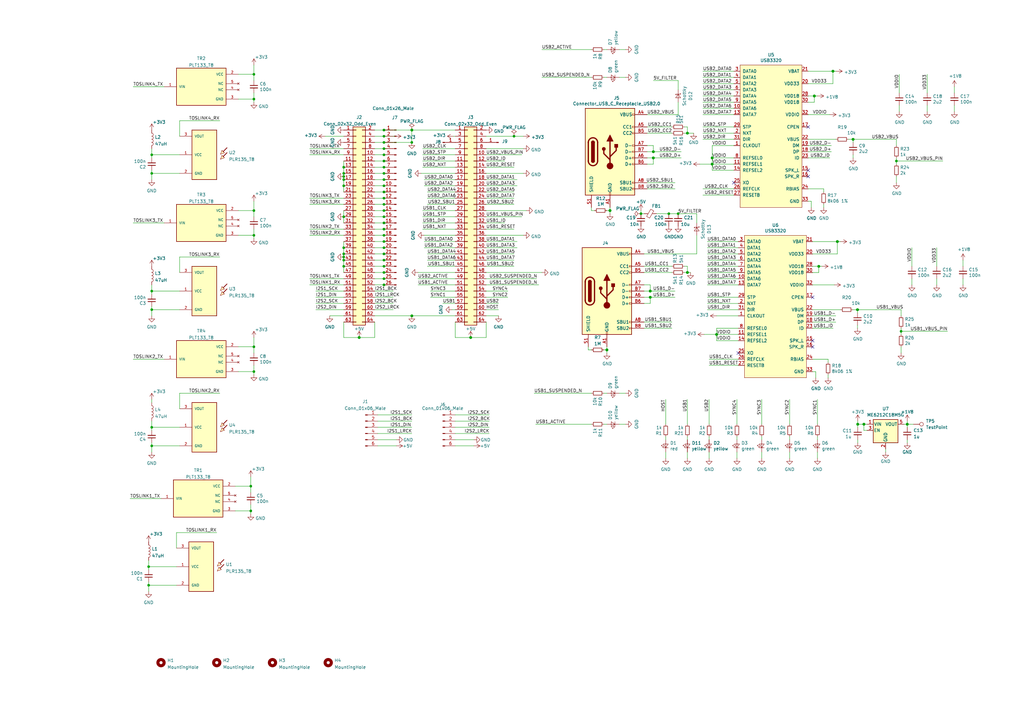
<source format=kicad_sch>
(kicad_sch (version 20211123) (generator eeschema)
  (paper "A3")
  (junction (at 334.01 39.37) (diameter 1.016))
  (junction (at 168.91 53.34) (diameter 1.016))
  (junction (at 157.48 83.82))
  (junction (at 62.23 119.38))
  (junction (at 157.48 109.22))
  (junction (at 157.48 71.12))
  (junction (at 372.11 173.99) (diameter 1.016))
  (junction (at 140.97 72.39))
  (junction (at 281.94 111.76) (diameter 1.016))
  (junction (at 157.48 86.36))
  (junction (at 157.48 88.9))
  (junction (at 140.97 109.22))
  (junction (at 278.13 87.63))
  (junction (at 104.14 40.64))
  (junction (at 262.89 87.63))
  (junction (at 157.48 73.66))
  (junction (at 168.9028 58.42))
  (junction (at 104.14 30.48))
  (junction (at 267.97 64.77) (diameter 1.016))
  (junction (at 62.23 63.5))
  (junction (at 267.97 62.23) (diameter 1.016))
  (junction (at 140.97 104.14))
  (junction (at 369.57 135.89))
  (junction (at 210.82 55.88))
  (junction (at 351.6969 127.0172) (diameter 1.016))
  (junction (at 250.19 86.36) (diameter 1.016))
  (junction (at 157.48 99.06))
  (junction (at 140.97 73.66))
  (junction (at 157.48 55.88))
  (junction (at 157.48 104.14))
  (junction (at 351.79 173.99) (diameter 1.016))
  (junction (at 140.97 101.6))
  (junction (at 293.9119 137.1772) (diameter 1.016))
  (junction (at 140.97 105.41))
  (junction (at 343.4419 99.0772) (diameter 1.016))
  (junction (at 335.8219 109.2372) (diameter 1.016))
  (junction (at 292.1 64.77) (diameter 1.016))
  (junction (at 157.48 116.84))
  (junction (at 140.97 68.58))
  (junction (at 367.665 66.04))
  (junction (at 157.48 76.2))
  (junction (at 274.32 87.63))
  (junction (at 140.97 76.2))
  (junction (at 157.48 93.98))
  (junction (at 62.23 71.12))
  (junction (at 157.48 111.76))
  (junction (at 157.48 96.52))
  (junction (at 157.48 58.42))
  (junction (at 157.48 60.96))
  (junction (at 60.96 232.41))
  (junction (at 354.33 173.99) (diameter 1.016))
  (junction (at 193.04 138.43) (diameter 1.016))
  (junction (at 62.23 127))
  (junction (at 266.7 119.38) (diameter 1.016))
  (junction (at 140.97 88.9))
  (junction (at 168.91 129.54) (diameter 1.016))
  (junction (at 147.32 138.43) (diameter 1.016))
  (junction (at 104.14 96.52))
  (junction (at 60.96 240.03))
  (junction (at 157.48 91.44))
  (junction (at 157.48 106.68))
  (junction (at 157.48 53.34))
  (junction (at 102.87 199.39))
  (junction (at 104.14 142.24))
  (junction (at 157.48 81.28))
  (junction (at 157.48 68.58))
  (junction (at 157.48 63.5))
  (junction (at 157.48 66.04))
  (junction (at 157.48 101.6))
  (junction (at 248.92 143.51) (diameter 1.016))
  (junction (at 140.97 71.12))
  (junction (at 62.23 175.26))
  (junction (at 102.87 209.55))
  (junction (at 157.48 114.3))
  (junction (at 140.97 106.68))
  (junction (at 157.48 78.74))
  (junction (at 349.885 57.15) (diameter 1.016))
  (junction (at 292.1 67.31) (diameter 1.016))
  (junction (at 341.63 29.21) (diameter 1.016))
  (junction (at 266.7 121.92) (diameter 1.016))
  (junction (at 62.23 182.88))
  (junction (at 281.94 54.61) (diameter 1.016))
  (junction (at 104.14 86.36))
  (junction (at 104.14 152.4))
  (no_connect (at 331.47 52.07))
  (no_connect (at 331.47 69.85))
  (no_connect (at 302.8019 144.7972))
  (no_connect (at 300.99 74.93))
  (no_connect (at 333.2819 142.2572))
  (no_connect (at 331.47 72.39))
  (no_connect (at 333.2819 121.9372))
  (no_connect (at 333.2819 139.7172))
  (wire (pts (xy 186.69 175.26) (xy 200.66 175.26)))
  (wire (pts (xy 288.29 80.01) (xy 300.99 80.01)))
  (wire (pts (xy 199.39 78.74) (xy 210.82 78.74)))
  (wire (pts (xy 359.3169 127) (xy 369.57 127)))
  (wire (pts (xy 173.355 88.9) (xy 186.69 88.9)))
  (wire (pts (xy 265.43 77.47) (xy 276.86 77.47)))
  (wire (pts (xy 267.97 67.31) (xy 265.43 67.31)))
  (wire (pts (xy 339.6319 154.9572) (xy 339.6319 153.6872)))
  (wire (pts (xy 199.39 96.52) (xy 214.63 96.52)))
  (wire (pts (xy 157.48 116.84) (xy 153.67 116.84)))
  (wire (pts (xy 60.96 238.76) (xy 60.96 240.03)))
  (wire (pts (xy 384.175 101.6) (xy 384.175 109.22)))
  (wire (pts (xy 157.48 88.9) (xy 158.75 88.9)))
  (wire (pts (xy 104.14 142.24) (xy 97.79 142.24)))
  (wire (pts (xy 175.26 83.82) (xy 186.69 83.82)))
  (wire (pts (xy 288.29 39.37) (xy 300.99 39.37)))
  (wire (pts (xy 175.26 104.14) (xy 186.69 104.14)))
  (wire (pts (xy 288.29 29.21) (xy 300.99 29.21)))
  (wire (pts (xy 199.39 88.9) (xy 213.995 88.9)))
  (wire (pts (xy 333.2819 132.0972) (xy 342.8069 132.0972)))
  (wire (pts (xy 280.67 54.61) (xy 281.94 54.61)))
  (wire (pts (xy 62.23 127) (xy 73.66 127)))
  (wire (pts (xy 267.97 33.02) (xy 278.13 33.02)))
  (wire (pts (xy 278.13 36.83) (xy 278.13 33.02)))
  (wire (pts (xy 97.79 40.64) (xy 104.14 40.64)))
  (wire (pts (xy 104.14 40.64) (xy 104.14 38.1)))
  (wire (pts (xy 267.97 64.77) (xy 267.97 67.31)))
  (wire (pts (xy 333.2819 99.0772) (xy 343.4419 99.0772)))
  (wire (pts (xy 264.16 132.08) (xy 275.59 132.08)))
  (wire (pts (xy 219.71 173.99) (xy 242.57 173.99)))
  (wire (pts (xy 290.83 180.34) (xy 290.83 179.07)))
  (wire (pts (xy 337.82 77.47) (xy 337.82 78.74)))
  (wire (pts (xy 343.4419 99.0772) (xy 343.4419 104.1572)))
  (wire (pts (xy 288.29 46.99) (xy 300.99 46.99)))
  (wire (pts (xy 154.94 180.34) (xy 162.56 180.34)))
  (wire (pts (xy 127 60.96) (xy 140.97 60.96)))
  (wire (pts (xy 292.1 59.69) (xy 292.1 64.77)))
  (wire (pts (xy 241.3 143.51) (xy 242.57 143.51)))
  (wire (pts (xy 372.11 173.99) (xy 372.11 175.26)))
  (wire (pts (xy 186.69 132.08) (xy 186.69 138.43)))
  (wire (pts (xy 186.69 138.43) (xy 193.04 138.43)))
  (wire (pts (xy 193.04 138.43) (xy 199.39 138.43)))
  (wire (pts (xy 173.99 96.52) (xy 186.69 96.52)))
  (wire (pts (xy 394.97 116.84) (xy 394.97 114.3)))
  (wire (pts (xy 127 116.84) (xy 140.97 116.84)))
  (wire (pts (xy 281.94 180.34) (xy 281.94 179.07)))
  (wire (pts (xy 290.1019 111.7772) (xy 302.8019 111.7772)))
  (wire (pts (xy 214.63 60.96) (xy 199.39 60.96)))
  (wire (pts (xy 342.9 29.21) (xy 341.63 29.21)))
  (wire (pts (xy 104.14 30.48) (xy 97.79 30.48)))
  (wire (pts (xy 104.14 33.02) (xy 104.14 30.48)))
  (wire (pts (xy 157.48 96.52) (xy 158.75 96.52)))
  (wire (pts (xy 300.99 67.31) (xy 292.1 67.31)))
  (wire (pts (xy 290.83 173.99) (xy 290.83 163.83)))
  (wire (pts (xy 157.48 106.68) (xy 153.67 106.68)))
  (wire (pts (xy 265.43 54.61) (xy 275.59 54.61)))
  (wire (pts (xy 175.26 81.28) (xy 186.69 81.28)))
  (wire (pts (xy 157.48 86.36) (xy 153.67 86.36)))
  (wire (pts (xy 104.14 153.67) (xy 104.14 152.4)))
  (wire (pts (xy 104.14 88.9) (xy 104.14 86.36)))
  (wire (pts (xy 384.175 116.84) (xy 384.175 114.3)))
  (wire (pts (xy 312.42 173.99) (xy 312.42 163.83)))
  (wire (pts (xy 265.43 74.93) (xy 276.86 74.93)))
  (wire (pts (xy 157.48 114.3) (xy 158.75 114.3)))
  (wire (pts (xy 104.14 97.79) (xy 104.14 96.52)))
  (wire (pts (xy 157.48 60.96) (xy 158.75 60.96)))
  (wire (pts (xy 104.14 26.67) (xy 104.14 30.48)))
  (wire (pts (xy 173.99 76.2) (xy 186.69 76.2)))
  (wire (pts (xy 248.92 20.32) (xy 247.65 20.32)))
  (wire (pts (xy 157.48 60.96) (xy 153.67 60.96)))
  (wire (pts (xy 175.26 106.68) (xy 186.69 106.68)))
  (wire (pts (xy 344.7119 127.0172) (xy 333.2819 127.0172)))
  (wire (pts (xy 302.26 173.99) (xy 302.26 163.83)))
  (wire (pts (xy 368.8365 45.7449) (xy 368.8365 43.2049)))
  (wire (pts (xy 157.48 83.82) (xy 158.75 83.82)))
  (wire (pts (xy 323.85 173.99) (xy 323.85 163.83)))
  (wire (pts (xy 333.2819 109.2372) (xy 335.8219 109.2372)))
  (wire (pts (xy 363.22 185.42) (xy 363.22 184.15)))
  (wire (pts (xy 262.89 86.36) (xy 262.89 87.63)))
  (wire (pts (xy 335.28 180.34) (xy 335.28 179.07)))
  (wire (pts (xy 210.82 109.22) (xy 199.39 109.22)))
  (wire (pts (xy 104.14 82.55) (xy 104.14 86.36)))
  (wire (pts (xy 199.39 73.66) (xy 212.09 73.66)))
  (wire (pts (xy 266.7 121.92) (xy 266.7 124.46)))
  (wire (pts (xy 54.61 35.56) (xy 67.31 35.56)))
  (wire (pts (xy 265.43 64.77) (xy 267.97 64.77)))
  (wire (pts (xy 290.1019 109.2372) (xy 302.8019 109.2372)))
  (wire (pts (xy 62.23 119.38) (xy 73.66 119.38)))
  (wire (pts (xy 351.6969 134.6372) (xy 351.6969 133.3672)))
  (wire (pts (xy 102.87 210.82) (xy 102.87 209.55)))
  (wire (pts (xy 129.54 121.92) (xy 140.97 121.92)))
  (wire (pts (xy 369.57 135.89) (xy 369.57 137.16)))
  (wire (pts (xy 292.1 67.31) (xy 292.1 69.85)))
  (wire (pts (xy 267.97 59.69) (xy 267.97 62.23)))
  (wire (pts (xy 264.16 109.22) (xy 275.59 109.22)))
  (wire (pts (xy 369.57 127) (xy 369.57 129.54)))
  (wire (pts (xy 140.97 55.88) (xy 133.35 55.88)))
  (wire (pts (xy 335.8219 111.7772) (xy 333.2819 111.7772)))
  (wire (pts (xy 102.87 201.93) (xy 102.87 199.39)))
  (wire (pts (xy 171.45 114.3) (xy 186.69 114.3)))
  (wire (pts (xy 247.65 143.51) (xy 248.92 143.51)))
  (wire (pts (xy 264.16 111.76) (xy 275.59 111.76)))
  (wire (pts (xy 186.69 55.88) (xy 186.055 55.88)))
  (wire (pts (xy 157.48 78.74) (xy 153.67 78.74)))
  (wire (pts (xy 186.69 170.18) (xy 200.66 170.18)))
  (wire (pts (xy 333.2819 147.3372) (xy 339.6319 147.3372)))
  (wire (pts (xy 154.94 170.18) (xy 168.91 170.18)))
  (wire (pts (xy 147.32 138.43) (xy 153.67 138.43)))
  (wire (pts (xy 153.67 132.08) (xy 153.67 138.43)))
  (wire (pts (xy 354.33 173.99) (xy 351.79 173.99)))
  (wire (pts (xy 281.94 52.07) (xy 280.67 52.07)))
  (wire (pts (xy 157.48 73.66) (xy 153.67 73.66)))
  (wire (pts (xy 199.39 68.58) (xy 210.82 68.58)))
  (wire (pts (xy 290.1019 121.9372) (xy 302.8019 121.9372)))
  (wire (pts (xy 173.355 63.5) (xy 186.69 63.5)))
  (wire (pts (xy 171.45 116.84) (xy 186.69 116.84)))
  (wire (pts (xy 241.3 142.24) (xy 241.3 143.51)))
  (wire (pts (xy 73.66 161.29) (xy 90.17 161.29)))
  (wire (pts (xy 290.1019 116.8572) (xy 302.8019 116.8572)))
  (wire (pts (xy 333.2819 152.4172) (xy 334.5519 152.4172)))
  (wire (pts (xy 214.63 71.12) (xy 199.39 71.12)))
  (wire (pts (xy 290.83 185.42) (xy 290.83 187.96)))
  (wire (pts (xy 97.79 152.4) (xy 104.14 152.4)))
  (wire (pts (xy 153.67 121.92) (xy 161.29 121.92)))
  (wire (pts (xy 173.355 60.96) (xy 186.69 60.96)))
  (wire (pts (xy 267.97 62.23) (xy 279.4 62.23)))
  (wire (pts (xy 186.69 180.34) (xy 194.31 180.34)))
  (wire (pts (xy 199.39 63.5) (xy 213.995 63.5)))
  (wire (pts (xy 186.69 68.58) (xy 173.355 68.58)))
  (wire (pts (xy 185.42 127) (xy 186.69 127)))
  (wire (pts (xy 264.16 116.84) (xy 266.7 116.84)))
  (wire (pts (xy 104.14 144.78) (xy 104.14 142.24)))
  (wire (pts (xy 302.26 180.34) (xy 302.26 179.07)))
  (wire (pts (xy 312.42 185.42) (xy 312.42 187.96)))
  (wire (pts (xy 370.84 173.99) (xy 372.11 173.99)))
  (wire (pts (xy 293.9119 129.5572) (xy 302.8019 129.5572)))
  (wire (pts (xy 337.0919 109.2372) (xy 335.8219 109.2372)))
  (wire (pts (xy 102.87 209.55) (xy 102.87 207.01)))
  (wire (pts (xy 181.61 124.46) (xy 186.69 124.46)))
  (wire (pts (xy 266.7 121.92) (xy 276.86 121.92)))
  (wire (pts (xy 339.6319 147.3372) (xy 339.6319 148.6072)))
  (wire (pts (xy 266.7 119.38) (xy 264.16 119.38)))
  (wire (pts (xy 335.8219 109.2372) (xy 335.8219 111.7772)))
  (wire (pts (xy 293.9119 134.6372) (xy 293.9119 137.1772)))
  (wire (pts (xy 53.34 204.47) (xy 66.04 204.47)))
  (wire (pts (xy 354.33 176.53) (xy 354.33 173.99)))
  (wire (pts (xy 140.97 66.04) (xy 140.97 68.58)))
  (wire (pts (xy 140.97 68.58) (xy 140.97 71.12)))
  (wire (pts (xy 140.97 71.12) (xy 140.97 72.39)))
  (wire (pts (xy 140.97 72.39) (xy 140.97 73.66)))
  (wire (pts (xy 140.97 73.66) (xy 140.97 76.2)))
  (wire (pts (xy 140.97 76.2) (xy 140.97 78.74)))
  (wire (pts (xy 153.67 127) (xy 161.29 127)))
  (wire (pts (xy 290.1019 99.0772) (xy 302.8019 99.0772)))
  (wire (pts (xy 173.99 99.06) (xy 186.69 99.06)))
  (wire (pts (xy 157.48 83.82) (xy 153.67 83.82)))
  (wire (pts (xy 292.1 64.77) (xy 300.99 64.77)))
  (wire (pts (xy 157.48 93.98) (xy 153.67 93.98)))
  (wire (pts (xy 367.665 66.04) (xy 386.715 66.04)))
  (wire (pts (xy 266.7 124.46) (xy 264.16 124.46)))
  (wire (pts (xy 62.23 60.96) (xy 62.23 63.5)))
  (wire (pts (xy 62.23 63.5) (xy 62.23 64.77)))
  (wire (pts (xy 173.355 91.44) (xy 186.69 91.44)))
  (wire (pts (xy 140.97 99.06) (xy 140.97 101.6)))
  (wire (pts (xy 140.97 101.6) (xy 140.97 104.14)))
  (wire (pts (xy 140.97 104.14) (xy 140.97 105.41)))
  (wire (pts (xy 140.97 105.41) (xy 140.97 106.68)))
  (wire (pts (xy 140.97 106.68) (xy 140.97 109.22)))
  (wire (pts (xy 140.97 109.22) (xy 140.97 111.76)))
  (wire (pts (xy 157.48 63.5) (xy 158.75 63.5)))
  (wire (pts (xy 135.255 129.54) (xy 140.97 129.54)))
  (wire (pts (xy 290.1019 127.0172) (xy 302.8019 127.0172)))
  (wire (pts (xy 157.48 81.28) (xy 153.67 81.28)))
  (wire (pts (xy 334.5519 152.4172) (xy 334.5519 154.9572)))
  (wire (pts (xy 199.39 124.46) (xy 204.47 124.46)))
  (wire (pts (xy 331.47 77.47) (xy 337.82 77.47)))
  (wire (pts (xy 290.83 149.86) (xy 302.8019 149.86)))
  (wire (pts (xy 302.8019 149.86) (xy 302.8019 149.8772)))
  (wire (pts (xy 351.79 181.61) (xy 351.79 180.34)))
  (wire (pts (xy 293.9119 137.1772) (xy 293.9119 139.7172)))
  (wire (pts (xy 199.39 81.28) (xy 210.82 81.28)))
  (wire (pts (xy 60.96 240.03) (xy 72.39 240.03)))
  (wire (pts (xy 290.1019 104.1572) (xy 302.8019 104.1572)))
  (wire (pts (xy 62.23 116.84) (xy 62.23 119.38)))
  (wire (pts (xy 199.39 86.36) (xy 215.9 86.36)))
  (wire (pts (xy 73.66 111.76) (xy 73.66 105.41)))
  (wire (pts (xy 157.48 71.12) (xy 158.75 71.12)))
  (wire (pts (xy 176.53 121.92) (xy 186.69 121.92)))
  (wire (pts (xy 175.26 109.22) (xy 186.69 109.22)))
  (wire (pts (xy 331.47 46.99) (xy 340.36 46.99)))
  (wire (pts (xy 349.885 57.15) (xy 367.665 57.15)))
  (wire (pts (xy 394.97 109.22) (xy 394.97 106.68)))
  (wire (pts (xy 97.79 96.52) (xy 104.14 96.52)))
  (wire (pts (xy 127 63.5) (xy 140.97 63.5)))
  (wire (pts (xy 250.19 86.36) (xy 250.19 85.09)))
  (wire (pts (xy 254 31.75) (xy 256.54 31.75)))
  (wire (pts (xy 351.6969 127.0172) (xy 351.6969 128.2872)))
  (wire (pts (xy 349.885 57.15) (xy 349.885 58.42)))
  (wire (pts (xy 62.23 71.12) (xy 73.66 71.12)))
  (wire (pts (xy 254 161.29) (xy 256.54 161.29)))
  (wire (pts (xy 186.69 93.98) (xy 173.355 93.98)))
  (wire (pts (xy 157.48 106.68) (xy 158.75 106.68)))
  (wire (pts (xy 129.54 127) (xy 140.97 127)))
  (wire (pts (xy 199.39 111.76) (xy 222.25 111.76)))
  (wire (pts (xy 288.29 41.91) (xy 300.99 41.91)))
  (wire (pts (xy 157.48 76.2) (xy 153.67 76.2)))
  (wire (pts (xy 54.61 91.44) (xy 67.31 91.44)))
  (wire (pts (xy 254 20.32) (xy 256.54 20.32)))
  (wire (pts (xy 153.67 129.54) (xy 168.91 129.54)))
  (wire (pts (xy 168.91 129.54) (xy 186.69 129.54)))
  (wire (pts (xy 127 93.98) (xy 140.97 93.98)))
  (wire (pts (xy 266.7 119.38) (xy 276.86 119.38)))
  (wire (pts (xy 60.96 240.03) (xy 60.96 242.57)))
  (wire (pts (xy 157.48 73.66) (xy 158.75 73.66)))
  (wire (pts (xy 62.23 175.26) (xy 62.23 176.53)))
  (wire (pts (xy 242.57 85.09) (xy 242.57 86.36)))
  (wire (pts (xy 127 83.82) (xy 140.97 83.82)))
  (wire (pts (xy 186.69 172.72) (xy 200.66 172.72)))
  (wire (pts (xy 380.2665 30.5049) (xy 380.2665 38.1249)))
  (wire (pts (xy 199.39 121.92) (xy 208.28 121.92)))
  (wire (pts (xy 129.54 119.38) (xy 140.97 119.38)))
  (wire (pts (xy 323.85 180.34) (xy 323.85 179.07)))
  (wire (pts (xy 335.28 173.99) (xy 335.28 163.83)))
  (wire (pts (xy 60.96 232.41) (xy 72.39 232.41)))
  (wire (pts (xy 354.33 173.99) (xy 355.6 173.99)))
  (wire (pts (xy 369.57 142.24) (xy 369.57 144.78)))
  (wire (pts (xy 267.97 62.23) (xy 265.43 62.23)))
  (wire (pts (xy 292.1 69.85) (xy 300.99 69.85)))
  (wire (pts (xy 157.48 88.9) (xy 153.67 88.9)))
  (wire (pts (xy 372.11 181.61) (xy 372.11 180.34)))
  (wire (pts (xy 62.23 181.61) (xy 62.23 182.88)))
  (wire (pts (xy 331.47 82.55) (xy 332.74 82.55)))
  (wire (pts (xy 285.75 87.63) (xy 285.75 91.44)))
  (wire (pts (xy 73.66 49.53) (xy 90.17 49.53)))
  (wire (pts (xy 73.66 55.88) (xy 73.66 49.53)))
  (wire (pts (xy 104.14 96.52) (xy 104.14 93.98)))
  (wire (pts (xy 173.99 73.66) (xy 186.69 73.66)))
  (wire (pts (xy 349.885 64.77) (xy 349.885 63.5)))
  (wire (pts (xy 186.69 177.8) (xy 200.66 177.8)))
  (wire (pts (xy 140.97 132.08) (xy 140.97 138.43)))
  (wire (pts (xy 62.23 125.73) (xy 62.23 127)))
  (wire (pts (xy 157.48 109.22) (xy 153.67 109.22)))
  (wire (pts (xy 331.47 34.29) (xy 341.63 34.29)))
  (wire (pts (xy 369.57 135.89) (xy 388.62 135.89)))
  (wire (pts (xy 199.39 119.38) (xy 208.28 119.38)))
  (wire (pts (xy 359.3169 127) (xy 359.3169 127.0172)))
  (wire (pts (xy 199.39 101.6) (xy 212.09 101.6)))
  (wire (pts (xy 157.48 99.06) (xy 158.75 99.06)))
  (wire (pts (xy 265.43 59.69) (xy 267.97 59.69)))
  (wire (pts (xy 157.48 114.3) (xy 153.67 114.3)))
  (wire (pts (xy 275.59 134.62) (xy 264.16 134.62)))
  (wire (pts (xy 153.67 124.46) (xy 161.29 124.46)))
  (wire (pts (xy 288.29 34.29) (xy 300.99 34.29)))
  (wire (pts (xy 219.075 161.29) (xy 242.57 161.29)))
  (wire (pts (xy 288.29 31.75) (xy 300.99 31.75)))
  (wire (pts (xy 281.94 111.76) (xy 280.67 111.76)))
  (wire (pts (xy 283.21 111.76) (xy 281.94 111.76)))
  (wire (pts (xy 62.23 182.88) (xy 73.66 182.88)))
  (wire (pts (xy 269.24 87.63) (xy 274.32 87.63)))
  (wire (pts (xy 274.32 87.63) (xy 278.13 87.63)))
  (wire (pts (xy 278.13 87.63) (xy 285.75 87.63)))
  (wire (pts (xy 335.28 39.37) (xy 334.01 39.37)))
  (wire (pts (xy 302.26 185.42) (xy 302.26 187.96)))
  (wire (pts (xy 333.2819 129.5572) (xy 342.8069 129.5572)))
  (wire (pts (xy 265.43 46.99) (xy 278.13 46.99)))
  (wire (pts (xy 262.89 87.63) (xy 264.16 87.63)))
  (wire (pts (xy 374.015 116.84) (xy 374.015 114.3)))
  (wire (pts (xy 248.92 143.51) (xy 248.92 142.24)))
  (wire (pts (xy 292.1 59.69) (xy 300.99 59.69)))
  (wire (pts (xy 248.92 86.36) (xy 250.19 86.36)))
  (wire (pts (xy 273.05 180.34) (xy 273.05 179.07)))
  (wire (pts (xy 248.92 144.78) (xy 248.92 143.51)))
  (wire (pts (xy 288.29 57.15) (xy 300.99 57.15)))
  (wire (pts (xy 265.43 52.07) (xy 275.59 52.07)))
  (wire (pts (xy 157.48 101.6) (xy 153.67 101.6)))
  (wire (pts (xy 302.8019 124.4772) (xy 290.1019 124.4772)))
  (wire (pts (xy 367.665 72.39) (xy 367.665 74.93)))
  (wire (pts (xy 62.23 182.88) (xy 62.23 185.42)))
  (wire (pts (xy 293.9119 139.7172) (xy 302.8019 139.7172)))
  (wire (pts (xy 157.48 111.76) (xy 158.75 111.76)))
  (wire (pts (xy 157.48 68.58) (xy 153.67 68.58)))
  (wire (pts (xy 157.48 81.28) (xy 158.75 81.28)))
  (wire (pts (xy 72.39 224.79) (xy 72.39 218.44)))
  (wire (pts (xy 199.39 99.06) (xy 212.09 99.06)))
  (wire (pts (xy 248.92 173.99) (xy 247.65 173.99)))
  (wire (pts (xy 157.48 78.74) (xy 158.75 78.74)))
  (wire (pts (xy 157.48 53.34) (xy 153.67 53.34)))
  (wire (pts (xy 372.11 172.72) (xy 372.11 173.99)))
  (wire (pts (xy 157.48 91.44) (xy 153.67 91.44)))
  (wire (pts (xy 391.4425 38.1249) (xy 391.4425 35.5849)))
  (wire (pts (xy 380.2665 45.7449) (xy 380.2665 43.2049)))
  (wire (pts (xy 73.66 167.64) (xy 73.66 161.29)))
  (wire (pts (xy 154.94 177.8) (xy 168.91 177.8)))
  (wire (pts (xy 288.8319 137.1772) (xy 293.9119 137.1772)))
  (wire (pts (xy 199.39 83.82) (xy 210.82 83.82)))
  (wire (pts (xy 157.48 116.84) (xy 158.75 116.84)))
  (wire (pts (xy 54.61 147.32) (xy 67.31 147.32)))
  (wire (pts (xy 372.11 173.99) (xy 374.65 173.99)))
  (wire (pts (xy 157.48 53.34) (xy 168.91 53.34)))
  (wire (pts (xy 168.91 53.34) (xy 186.69 53.34)))
  (wire (pts (xy 62.23 119.38) (xy 62.23 120.65)))
  (wire (pts (xy 140.97 138.43) (xy 147.32 138.43)))
  (wire (pts (xy 194.31 182.88) (xy 186.69 182.88)))
  (wire (pts (xy 157.48 63.5) (xy 153.67 63.5)))
  (wire (pts (xy 292.1 64.77) (xy 292.1 67.31)))
  (wire (pts (xy 157.48 101.6) (xy 158.75 101.6)))
  (wire (pts (xy 157.48 55.88) (xy 153.67 55.88)))
  (wire (pts (xy 153.67 119.38) (xy 161.29 119.38)))
  (wire (pts (xy 341.6905 134.6437) (xy 333.2819 134.6372)))
  (wire (pts (xy 323.85 185.42) (xy 323.85 187.96)))
  (wire (pts (xy 104.14 152.4) (xy 104.14 149.86)))
  (wire (pts (xy 157.48 68.58) (xy 158.75 68.58)))
  (wire (pts (xy 157.48 76.2) (xy 158.75 76.2)))
  (wire (pts (xy 281.94 109.22) (xy 280.67 109.22)))
  (wire (pts (xy 222.25 31.75) (xy 242.57 31.75)))
  (wire (pts (xy 199.39 132.08) (xy 199.39 138.43)))
  (wire (pts (xy 287.02 67.31) (xy 292.1 67.31)))
  (wire (pts (xy 333.2819 116.8572) (xy 342.1719 116.8572)))
  (wire (pts (xy 331.47 59.69) (xy 340.995 59.69)))
  (wire (pts (xy 355.6 176.53) (xy 354.33 176.53)))
  (wire (pts (xy 154.94 172.72) (xy 168.91 172.72)))
  (wire (pts (xy 129.54 124.46) (xy 140.97 124.46)))
  (wire (pts (xy 288.29 77.47) (xy 300.99 77.47)))
  (wire (pts (xy 73.66 105.41) (xy 90.17 105.41)))
  (wire (pts (xy 157.48 71.12) (xy 153.67 71.12)))
  (wire (pts (xy 104.14 86.36) (xy 97.79 86.36)))
  (wire (pts (xy 171.45 111.76) (xy 186.69 111.76)))
  (wire (pts (xy 333.2819 104.1572) (xy 343.4419 104.1572)))
  (wire (pts (xy 173.355 66.04) (xy 186.69 66.04)))
  (wire (pts (xy 290.1019 114.3172) (xy 302.8019 114.3172)))
  (wire (pts (xy 374.015 101.6) (xy 374.015 109.22)))
  (wire (pts (xy 288.29 52.07) (xy 300.99 52.07)))
  (wire (pts (xy 157.48 86.36) (xy 158.75 86.36)))
  (wire (pts (xy 199.39 116.84) (xy 220.98 116.84)))
  (wire (pts (xy 250.19 87.63) (xy 250.19 86.36)))
  (wire (pts (xy 127 114.3) (xy 140.97 114.3)))
  (wire (pts (xy 199.39 114.3) (xy 220.099 114.3)))
  (wire (pts (xy 176.53 119.38) (xy 186.69 119.38)))
  (wire (pts (xy 62.23 127) (xy 62.23 129.54)))
  (wire (pts (xy 369.57 134.62) (xy 369.57 135.89)))
  (wire (pts (xy 157.48 109.22) (xy 158.75 109.22)))
  (wire (pts (xy 281.94 173.99) (xy 281.94 163.83)))
  (wire (pts (xy 157.48 93.98) (xy 158.75 93.98)))
  (wire (pts (xy 342.9 57.15) (xy 331.47 57.15)))
  (wire (pts (xy 340.36 64.77) (xy 331.47 64.77)))
  (wire (pts (xy 242.57 86.36) (xy 243.84 86.36)))
  (wire (pts (xy 62.23 175.26) (xy 73.66 175.26)))
  (wire (pts (xy 157.48 91.44) (xy 158.75 91.44)))
  (wire (pts (xy 331.47 29.21) (xy 341.63 29.21)))
  (wire (pts (xy 104.14 41.91) (xy 104.14 40.64)))
  (wire (pts (xy 281.94 54.61) (xy 281.94 52.07)))
  (wire (pts (xy 290.83 147.32) (xy 302.8019 147.32)))
  (wire (pts (xy 302.8019 147.32) (xy 302.8019 147.3372)))
  (wire (pts (xy 96.52 209.55) (xy 102.87 209.55)))
  (wire (pts (xy 175.26 78.74) (xy 186.69 78.74)))
  (wire (pts (xy 60.96 229.87) (xy 60.96 232.41)))
  (wire (pts (xy 157.48 66.04) (xy 153.67 66.04)))
  (wire (pts (xy 351.6969 127.0172) (xy 359.3169 127.0172)))
  (wire (pts (xy 157.48 96.52) (xy 153.67 96.52)))
  (wire (pts (xy 140.97 86.36) (xy 140.97 88.9)))
  (wire (pts (xy 140.97 88.9) (xy 140.97 91.44)))
  (wire (pts (xy 341.63 29.21) (xy 341.63 34.29)))
  (wire (pts (xy 173.99 101.6) (xy 186.69 101.6)))
  (wire (pts (xy 284.48 54.61) (xy 281.94 54.61)))
  (wire (pts (xy 281.94 111.76) (xy 281.94 109.22)))
  (wire (pts (xy 62.23 172.72) (xy 62.23 175.26)))
  (wire (pts (xy 62.23 63.5) (xy 73.66 63.5)))
  (wire (pts (xy 290.1019 106.6972) (xy 302.8019 106.6972)))
  (wire (pts (xy 199.39 93.98) (xy 210.82 93.98)))
  (wire (pts (xy 273.05 173.99) (xy 273.05 163.83)))
  (wire (pts (xy 335.28 185.42) (xy 335.28 187.96)))
  (wire (pts (xy 60.96 232.41) (xy 60.96 233.68)))
  (wire (pts (xy 266.7 116.84) (xy 266.7 119.38)))
  (wire (pts (xy 157.48 104.14) (xy 153.67 104.14)))
  (wire (pts (xy 312.42 180.34) (xy 312.42 179.07)))
  (wire (pts (xy 172.72 71.12) (xy 186.69 71.12)))
  (wire (pts (xy 334.01 41.91) (xy 331.47 41.91)))
  (wire (pts (xy 157.48 104.14) (xy 158.75 104.14)))
  (wire (pts (xy 102.87 195.58) (xy 102.87 199.39)))
  (wire (pts (xy 367.665 57.15) (xy 367.665 59.69)))
  (wire (pts (xy 248.92 31.75) (xy 247.65 31.75)))
  (wire (pts (xy 199.39 104.14) (xy 210.82 104.14)))
  (wire (pts (xy 288.29 44.45) (xy 300.99 44.45)))
  (wire (pts (xy 199.39 76.2) (xy 212.09 76.2)))
  (wire (pts (xy 332.74 82.55) (xy 332.74 85.09)))
  (wire (pts (xy 278.13 46.99) (xy 278.13 41.91)))
  (wire (pts (xy 273.05 185.42) (xy 273.05 187.96)))
  (wire (pts (xy 157.48 58.42) (xy 153.67 58.42)))
  (wire (pts (xy 248.92 161.29) (xy 247.65 161.29)))
  (wire (pts (xy 290.1019 101.6172) (xy 302.8019 101.6172)))
  (wire (pts (xy 331.47 39.37) (xy 334.01 39.37)))
  (wire (pts (xy 199.39 91.44) (xy 207.01 91.44)))
  (wire (pts (xy 334.01 39.37) (xy 334.01 41.91)))
  (wire (pts (xy 281.94 185.42) (xy 281.94 187.96)))
  (wire (pts (xy 347.98 57.15) (xy 349.885 57.15)))
  (wire (pts (xy 293.9119 134.6372) (xy 302.8019 134.6372)))
  (wire (pts (xy 368.8365 30.5049) (xy 368.8365 38.1249)))
  (wire (pts (xy 288.29 36.83) (xy 300.99 36.83)))
  (wire (pts (xy 367.665 64.77) (xy 367.665 66.04)))
  (wire (pts (xy 367.665 66.04) (xy 367.665 67.31)))
  (wire (pts (xy 62.23 69.85) (xy 62.23 71.12)))
  (wire (pts (xy 62.23 71.12) (xy 62.23 73.66)))
  (wire (pts (xy 331.47 62.23) (xy 340.995 62.23)))
  (wire (pts (xy 351.79 172.72) (xy 351.79 173.99)))
  (wire (pts (xy 127 81.28) (xy 140.97 81.28)))
  (wire (pts (xy 199.39 106.68) (xy 210.82 106.68)))
  (wire (pts (xy 199.39 55.88) (xy 210.82 55.88)))
  (wire (pts (xy 210.82 55.88) (xy 214.63 55.88)))
  (wire (pts (xy 199.39 129.54) (xy 204.47 129.54)))
  (wire (pts (xy 157.48 99.06) (xy 153.67 99.06)))
  (wire (pts (xy 72.39 218.44) (xy 88.9 218.44)))
  (wire (pts (xy 62.23 163.83) (xy 62.23 165.1)))
  (wire (pts (xy 127 96.52) (xy 140.97 96.52)))
  (wire (pts (xy 344.7119 99.0772) (xy 343.4419 99.0772)))
  (wire (pts (xy 300.99 54.61) (xy 288.29 54.61)))
  (wire (pts (xy 104.14 138.43) (xy 104.14 142.24)))
  (wire (pts (xy 351.79 175.26) (xy 351.79 173.99)))
  (wire (pts (xy 264.16 121.92) (xy 266.7 121.92)))
  (wire (pts (xy 264.16 104.14) (xy 285.75 104.14)))
  (wire (pts (xy 102.87 199.39) (xy 96.52 199.39)))
  (wire (pts (xy 285.75 96.52) (xy 285.75 104.14)))
  (wire (pts (xy 254 173.99) (xy 256.54 173.99)))
  (wire (pts (xy 199.39 66.04) (xy 207.01 66.04)))
  (wire (pts (xy 199.39 127) (xy 204.47 127)))
  (wire (pts (xy 302.8019 137.1772) (xy 293.9119 137.1772)))
  (wire (pts (xy 154.94 175.26) (xy 168.91 175.26)))
  (wire (pts (xy 173.355 86.36) (xy 186.69 86.36)))
  (wire (pts (xy 267.97 64.77) (xy 279.4 64.77)))
  (wire (pts (xy 222.25 20.32) (xy 242.57 20.32)))
  (wire (pts (xy 157.48 58.42) (xy 168.9028 58.42)))
  (wire (pts (xy 168.9028 58.42) (xy 168.91 58.42)))
  (wire (pts (xy 168.91 58.42) (xy 168.91 53.34)))
  (wire (pts (xy 157.48 66.04) (xy 158.75 66.04)))
  (wire (pts (xy 162.56 182.88) (xy 154.94 182.88)))
  (wire (pts (xy 349.7919 127.0172) (xy 351.6969 127.0172)))
  (wire (pts (xy 157.48 111.76) (xy 153.67 111.76)))
  (wire (pts (xy 337.82 85.09) (xy 337.82 83.82)))
  (wire (pts (xy 391.4425 45.7449) (xy 391.4425 43.2049)))
  (wire (pts (xy 157.48 55.88) (xy 161.925 55.88)))
  (label "SYNC2" (at 201.93 121.92 0))
  (label "USB2_DATA3" (at 288.29 36.83 0))
  (label "USB2_NXT" (at 288.29 54.61 0))
  (label "USB2_DATA5" (at 288.29 41.91 0))
  (label "VDDIO" (at 292.1 69.85 0))
  (label "USB1_DIR" (at 173.355 91.44 0))
  (label "VDDIO" (at 374.015 101.6 270))
  (label "USB2_DATA5" (at 199.39 78.74 0))
  (label "TOSLINK4_TX" (at 54.61 35.56 0))
  (label "USB2_VBUS_PIN" (at 371.475 66.04 0))
  (label "USB2_CLK" (at 288.925 77.47 0))
  (label "USB1_DATA6" (at 175.26 106.68 0))
  (label "USB1_DATA2" (at 290.1019 104.1572 0))
  (label "USB1_STP" (at 290.1019 121.9372 0))
  (label "USB2_DATA6" (at 175.26 81.28 0))
  (label "USB1_VBUS" (at 265.43 104.14 0))
  (label "TOSLINK1_TX" (at 53.34 204.47 0))
  (label "I2S1_DIN" (at 160.02 175.26 0))
  (label "USB1_SUSPENDED_N" (at 200.66 116.84 0))
  (label "TOSLINK2_TX" (at 54.61 147.32 0))
  (label "USB2_VBUS" (at 265.43 46.99 0))
  (label "TOSLINK1_RX" (at 76.2 218.44 0))
  (label "TOSLINK4_RX" (at 77.47 49.53 0))
  (label "HOST" (at 273.05 168.91 90))
  (label "VDD33" (at 340.9019 104.1572 180))
  (label "I2S2_BCK" (at 191.77 172.72 0))
  (label "TOSLINK3_TX" (at 127 81.28 0))
  (label "USB2_DATA3" (at 199.39 76.2 0))
  (label "USB1_DATA7" (at 199.39 106.68 0))
  (label "USB2_DATA0" (at 173.99 73.66 0))
  (label "USB2_DATA4" (at 288.29 39.37 0))
  (label "USB1_D-" (at 276.86 119.38 180))
  (label "USB1_DATA3" (at 290.1019 106.6972 0))
  (label "USB1" (at 281.94 168.91 90))
  (label "USB1_DATA1" (at 199.39 99.06 0))
  (label "USB2_SUSPENDED_N" (at 200.66 114.3 0))
  (label "USB2_RESET" (at 199.39 68.58 0))
  (label "USB2_NXT" (at 173.355 68.58 0))
  (label "USB2_VBUS" (at 357.505 57.15 0))
  (label "I2S2_LRCK" (at 153.67 127 0))
  (label "USB2" (at 199.39 124.46 0))
  (label "I2S1_BCK" (at 160.02 172.72 0))
  (label "USB1_ID" (at 199.39 91.44 0))
  (label "USB2_DATA1" (at 199.39 73.66 0))
  (label "USB1_VBUS" (at 359.41 127 0))
  (label "USB2_CC2" (at 275.59 54.61 180))
  (label "VDDIO" (at 292.1 59.69 0))
  (label "USB2_SBU1" (at 276.225 74.93 180))
  (label "USB2_STP" (at 173.355 63.5 0))
  (label "USB2_ACTIVE" (at 222.25 20.32 0))
  (label "USB1_DATA0" (at 290.1019 99.0772 0))
  (label "USB2_DATA6" (at 288.29 44.45 0))
  (label "TOSLINK2_TX" (at 127 93.98 0))
  (label "USB1_STP" (at 173.355 88.9 0))
  (label "VDDIO" (at 293.9119 139.7172 0))
  (label "USB1_DATA1" (at 290.1019 101.6172 0))
  (label "SYNC1" (at 335.28 170.18 90))
  (label "I2S1_LRCK" (at 158.75 177.8 0))
  (label "I2S2_DIN" (at 129.54 127 0))
  (label "USB1_ACTIVE" (at 171.45 116.84 0))
  (label "USB1_DATA0" (at 173.99 99.06 0))
  (label "USB1_DATA7" (at 290.1019 116.8572 0))
  (label "SYNC2" (at 323.85 170.18 90))
  (label "USB2_ID" (at 199.39 66.04 0))
  (label "USB2_ACTIVE" (at 171.45 114.3 0))
  (label "USB1_RESET" (at 199.39 93.98 0))
  (label "SYNC1" (at 176.53 121.92 0))
  (label "USB1_DATA6" (at 290.1019 114.3172 0))
  (label "5V_FILTER" (at 267.97 33.02 0))
  (label "USB1_D-" (at 342.8069 129.5572 180))
  (label "USB1_NXT" (at 290.1019 124.4772 0))
  (label "USB2_SUSPENDED_N" (at 222.25 31.75 0))
  (label "USB2_CLK" (at 173.355 60.96 0))
  (label "USB1_DATA3" (at 199.39 101.6 0))
  (label "USB1_D+" (at 276.86 121.92 180))
  (label "USB2_D+" (at 279.4 64.77 180))
  (label "USB2_CC1" (at 275.59 52.07 180))
  (label "USB2_DATA0" (at 288.29 29.21 0))
  (label "TOSLINK2_RX" (at 77.47 161.29 0))
  (label "USB2_D+" (at 340.995 62.23 180))
  (label "USB2_RESET" (at 288.925 80.01 0))
  (label "USB2_SBU2" (at 276.225 77.47 180))
  (label "USB1_CLK" (at 173.355 86.36 0))
  (label "USB1" (at 181.61 124.46 0))
  (label "I2S1_SCK" (at 129.54 119.38 0))
  (label "USB2_DATA2" (at 173.99 76.2 0))
  (label "USB2_D-" (at 340.995 59.69 180))
  (label "USB2_VBUS_PIN" (at 199.39 63.5 0))
  (label "USB1_VBUS_PIN" (at 199.39 88.9 0))
  (label "USB2_DATA2" (at 288.29 34.29 0))
  (label "USB2_STP" (at 288.29 52.07 0))
  (label "USB1_SBU2" (at 210.82 109.22 180))
  (label "VDD33" (at 380.2665 30.5049 270))
  (label "TOSLINK3_RX" (at 77.47 105.41 0))
  (label "TOSLINK2_RX" (at 127 96.52 0))
  (label "VDDIO" (at 292.1 64.77 0))
  (label "I2S2_LRCK" (at 190.5 177.8 0))
  (label "USB1_DIR" (at 290.1019 127.0172 0))
  (label "USB1_DATA4" (at 175.26 104.14 0))
  (label "USB2_SBU2" (at 210.82 83.82 180))
  (label "5V_FILTER" (at 278.13 87.63 0))
  (label "VDDIO" (at 339.09 46.99 180))
  (label "USB1_VBUS_PIN" (at 373.38 135.89 0))
  (label "USB1_ACTIVE" (at 219.71 173.99 0))
  (label "USB1_SBU1" (at 186.69 109.22 180))
  (label "USB2_DIR" (at 288.29 57.15 0))
  (label "TOSLINK4_RX" (at 127 63.5 0))
  (label "USB2_DATA4" (at 175.26 78.74 0))
  (label "USB2_DATA1" (at 288.29 31.75 0))
  (label "USB2_D-" (at 279.4 62.23 180))
  (label "I2S2_DIN" (at 191.77 175.26 0))
  (label "USB1_DATA5" (at 290.1019 111.7772 0))
  (label "TOSLINK1_RX" (at 127 116.84 0))
  (label "VDD33" (at 384.175 101.6 270))
  (label "USB1_ID" (at 341.6905 134.6437 180))
  (label "USB1_D+" (at 342.8069 132.0972 180))
  (label "VDDIO" (at 292.1 67.31 0))
  (label "SYNC4" (at 201.93 119.38 0))
  (label "I2S2_SCK" (at 129.54 124.46 0))
  (label "USB2_SBU1" (at 186.69 83.82 180))
  (label "USB1_SBU2" (at 275.59 134.62 180))
  (label "USB1_DATA4" (at 290.1019 109.2372 0))
  (label "TOSLINK3_RX" (at 127 83.82 0))
  (label "I2S1_DIN" (at 129.54 121.92 0))
  (label "USB1_CC2" (at 274.32 111.76 180))
  (label "SYNC3" (at 312.42 170.18 90))
  (label "TOSLINK1_TX" (at 127 114.3 0))
  (label "VDDIO" (at 293.9119 137.1772 0))
  (label "SYNC4" (at 302.26 170.18 90))
  (label "USB1_SBU1" (at 275.59 132.08 180))
  (label "USB1_SUSPENDED_N" (at 219.075 161.29 0))
  (label "USB2_DATA7" (at 288.29 46.99 0))
  (label "USB1_DATA2" (at 173.99 101.6 0))
  (label "USB1_DATA5" (at 199.39 104.14 0))
  (label "USB1_NXT" (at 173.355 93.98 0))
  (label "I2S2_BCK" (at 153.67 124.46 0))
  (label "I2S1_BCK" (at 153.67 119.38 0))
  (label "HOST" (at 199.39 127 0))
  (label "I2S1_SCK" (at 160.02 170.18 0))
  (label "VDD33" (at 339.09 34.29 180))
  (label "USB2" (at 290.83 168.91 90))
  (label "USB2_DIR" (at 173.355 66.04 0))
  (label "VDDIO" (at 368.8365 30.5049 270))
  (label "TOSLINK3_TX" (at 54.61 91.44 0))
  (label "USB1_CLK" (at 290.83 147.32 0))
  (label "USB1_CC1" (at 274.32 109.22 180))
  (label "USB2_DATA7" (at 199.39 81.28 0))
  (label "USB1_RESET" (at 290.83 149.86 0))
  (label "I2S1_LRCK" (at 153.67 121.92 0))
  (label "TOSLINK4_TX" (at 127 60.96 0))
  (label "I2S2_SCK" (at 191.77 170.18 0))
  (label "USB2_ID" (at 340.36 64.77 180))
  (label "SYNC3" (at 176.53 119.38 0))
  (symbol (lib_id "Device:R_Small") (at 245.11 31.75 270) (unit 1)
    (property "Reference" "R9" (at 246.2784 33.2486 0) (effects (justify left)))
    (property "Value" "10k" (at 243.967 33.2486 0) (effects (justify left)))
    (property "Footprint" "Resistor_SMD:R_0603_1608Metric" (effects hide))
    (property "LCSC" " C25804" (effects hide))
  )
  (symbol (lib_id "Device:R_Small") (at 302.26 176.53 180) (unit 1)
    (property "Reference" "R3" (at 300.7614 177.6984 0) (effects (justify left)))
    (property "Value" "10k" (at 300.7614 175.387 0) (effects (justify left)))
    (property "Footprint" "Resistor_SMD:R_0603_1608Metric" (effects hide))
    (property "LCSC" " C25804" (effects hide))
  )
  (symbol (lib_id "Device:R_Small") (at 246.38 86.36 270) (unit 1)
    (property "Reference" "R12" (at 246.38 81.3816 90))
    (property "Value" "1M" (at 246.38 83.693 90))
    (property "Footprint" "Resistor_SMD:R_0603_1608Metric" (effects hide))
    (property "LCSC" "C22935" (effects hide))
  )
  (symbol (lib_id "power:PWR_FLAG") (at 262.89 87.63 90) (unit 1)
    (property "Reference" "#FLG02" (effects hide))
    (property "Value" "PWR_FLAG" (at 262.255 85.569 90) (effects (justify left)))
  )
  (symbol (lib_id "power:+3V3") (at 60.96 222.25 0) (unit 1)
    (property "Reference" "#PWR01" (effects hide))
    (property "Value" "+3V3" (at 61.341 218.9988 0) (effects (justify left)))
  )
  (symbol (lib_id "power:GND") (at 323.85 187.96 0) (unit 1)
    (property "Reference" "#PWR017" (effects hide))
    (property "Value" "GND" (at 323.85 192.5226 0))
  )
  (symbol (lib_id "Device:C_Small") (at 351.79 177.8 0) (mirror y) (unit 1)
    (property "Reference" "C11" (at 349.4532 176.6316 0) (effects (justify left)))
    (property "Value" "1u" (at 349.25 179.07 0) (effects (justify left)))
    (property "Footprint" "Capacitor_SMD:C_0603_1608Metric" (effects hide))
    (property "LCSC" "C15849" (effects hide))
  )
  (symbol (lib_id "usb_ulpi:twam-Misc_USB3320") (at 316.23 57.15 0) (unit 1)
    (property "Reference" "U5" (at 316.23 22.479 0))
    (property "Value" "USB3320" (at 316.23 24.7904 0))
    (property "Footprint" "footprints:QFN-32-1EP_5x5mm_P0.5mm_EP3.3x3.3mm" (effects hide))
    (property "LCSC" "C132156" (effects hide))
  )
  (symbol (lib_id "usb_ulpi:twam-Misc_USB3320") (at 318.0419 127.0172 0) (unit 1)
    (property "Reference" "U6" (at 318.0419 92.3462 0))
    (property "Value" "USB3320" (at 318.0419 94.6576 0))
    (property "Footprint" "footprints:QFN-32-1EP_5x5mm_P0.5mm_EP3.3x3.3mm" (effects hide))
    (property "LCSC" "C132156" (effects hide))
  )
  (symbol (lib_id "power:+5V") (at 262.89 86.36 0) (unit 1)
    (property "Reference" "#PWR029" (effects hide))
    (property "Value" "+5V" (at 262.89 82.7554 0))
  )
  (symbol (lib_id "Device:C_Small") (at 374.015 111.76 0) (unit 1)
    (property "Reference" "C12" (at 376.3518 110.5916 0) (effects (justify left)))
    (property "Value" "100n" (at 376.3518 112.903 0) (effects (justify left)))
    (property "Footprint" "Capacitor_SMD:C_0603_1608Metric" (effects hide))
    (property "LCSC" "C14663" (effects hide))
  )
  (symbol (lib_id "power:GND") (at 222.25 111.76 90) (unit 1)
    (property "Reference" "#PWR0160" (effects hide))
    (property "Value" "GND" (at 225.4251 112.239 90) (effects (justify right)))
  )
  (symbol (lib_id "toslink:PLT133_T8") (at 82.55 147.32 0) (unit 1)
    (property "Reference" "TR4" (at 82.55 135.7334 0))
    (property "Value" "PLT133_T8" (at 82.55 138.5085 0))
    (property "Footprint" "toslink:PLT133_T8" (effects hide))
    (property "MAXIMUM_PACKAGE_HEIGHT" "10.3 mm" (effects hide))
    (property "MANUFACTURER" "Everlight Electronics" (effects hide))
    (property "PARTREV" "5" (effects hide))
    (property "STANDARD" "Manufacturer Recommendations" (effects hide))
  )
  (symbol (lib_id "power:+3V3") (at 351.79 172.72 0) (unit 1)
    (property "Reference" "#PWR0126" (effects hide))
    (property "Value" "+3V3" (at 351.79 168.91 0))
  )
  (symbol (lib_id "Device:LED_Small") (at 251.46 20.32 180) (unit 1)
    (property "Reference" "D7" (at 250.2916 18.542 90) (effects (justify right)))
    (property "Value" "yellow" (at 252.603 18.542 90) (effects (justify right)))
    (property "Footprint" "LED_SMD:LED_0603_1608Metric" (effects hide))
    (property "LCSC" "C72038" (effects hide))
  )
  (symbol (lib_id "power:GND") (at 104.14 97.79 0) (unit 1)
    (property "Reference" "#PWR010" (effects hide))
    (property "Value" "GND" (at 106.0451 99.539 0) (effects (justify left)))
  )
  (symbol (lib_id "Device:R_Small") (at 345.44 57.15 270) (unit 1)
    (property "Reference" "R19" (at 345.44 52.1716 90))
    (property "Value" "10k" (at 349.25 54.483 90))
    (property "Footprint" "Resistor_SMD:R_0603_1608Metric" (effects hide))
    (property "LCSC" "C25804" (effects hide))
  )
  (symbol (lib_id "Device:LED_Small") (at 312.42 182.88 90) (unit 1)
    (property "Reference" "D4" (at 314.198 181.7116 90) (effects (justify right)))
    (property "Value" "green" (at 314.198 184.023 90) (effects (justify right)))
    (property "Footprint" "LED_SMD:LED_0603_1608Metric" (effects hide))
    (property "LCSC" "C72043" (effects hide))
  )
  (symbol (lib_id "Device:R_Small") (at 245.11 161.29 270) (unit 1)
    (property "Reference" "R10" (at 246.2784 162.7886 0) (effects (justify left)))
    (property "Value" "10k" (at 243.967 162.7886 0) (effects (justify left)))
    (property "Footprint" "Resistor_SMD:R_0603_1608Metric" (effects hide))
    (property "LCSC" " C25804" (effects hide))
  )
  (symbol (lib_id "power:+1V8") (at 335.28 39.37 270) (unit 1)
    (property "Reference" "#PWR0133" (effects hide))
    (property "Value" "+1V8" (at 338.5312 39.751 90) (effects (justify left)))
  )
  (symbol (lib_id "Device:R_Small") (at 245.11 20.32 270) (unit 1)
    (property "Reference" "R8" (at 246.2784 21.8186 0) (effects (justify left)))
    (property "Value" "1k" (at 243.967 21.8186 0) (effects (justify left)))
    (property "Footprint" "Resistor_SMD:R_0603_1608Metric" (effects hide))
    (property "LCSC" "C21190" (effects hide))
  )
  (symbol (lib_id "power:+3V3") (at 104.14 138.43 0) (unit 1)
    (property "Reference" "#PWR011" (effects hide))
    (property "Value" "+3V3" (at 104.521 135.1788 0) (effects (justify left)))
  )
  (symbol (lib_id "Device:Ferrite_Bead_Small") (at 266.7 87.63 90) (unit 1)
    (property "Reference" "FB1" (at 269.24 84.5016 90))
    (property "Value" "1.5A" (effects hide))
    (property "Footprint" "Inductor_SMD:L_1206_3216Metric" (effects hide))
    (property "LCSC" "C16902" (effects hide))
  )
  (symbol (lib_id "Connector:Conn_01x06_Male") (at 181.61 175.26 0) (unit 1)
    (property "Reference" "J6" (at 181.5719 165.9594 0))
    (property "Value" "Conn_01x06_Male" (at 181.5719 167.4645 0))
    (property "Footprint" "Connector_PinHeader_2.54mm:PinHeader_1x06_P2.54mm_Vertical" (effects hide))
  )
  (symbol (lib_id "power:GND") (at 281.94 187.96 0) (unit 1)
    (property "Reference" "#PWR025" (effects hide))
    (property "Value" "GND" (at 281.94 192.5226 0))
  )
  (symbol (lib_id "Device:D_Schottky_Small") (at 285.75 93.98 270) (unit 1)
    (property "Reference" "D13" (at 290.83 93.98 0))
    (property "Value" "Schottky" (at 288.29 93.98 0))
    (property "Footprint" "Diode_SMD:D_SMA" (effects hide))
    (property "LCSC" "C22452" (effects hide))
  )
  (symbol (lib_id "Mechanical:MountingHole") (at 111.76 271.78 0) (unit 1)
    (property "Reference" "H3" (at 114.3001 270.8715 0) (effects (justify left)))
    (property "Value" "MountingHole" (at 114.3001 273.6466 0) (effects (justify left)))
    (property "Footprint" "MountingHole:MountingHole_3.2mm_M3_Pad_Via" (effects hide))
  )
  (symbol (lib_id "power:GND") (at 250.19 87.63 0) (unit 1)
    (property "Reference" "#PWR0114" (effects hide))
    (property "Value" "GND" (at 250.317 92.0242 0))
  )
  (symbol (lib_id "Device:R_Small") (at 367.665 62.23 0) (unit 1)
    (property "Reference" "R23" (at 369.1636 61.0616 0) (effects (justify left)))
    (property "Value" "1k" (at 369.1636 63.373 0) (effects (justify left)))
    (property "Footprint" "Resistor_SMD:R_0603_1608Metric" (effects hide))
    (property "LCSC" "C21190" (effects hide))
  )
  (symbol (lib_id "Device:R_Small") (at 337.82 81.28 0) (unit 1)
    (property "Reference" "R17" (at 339.3186 80.1116 0) (effects (justify left)))
    (property "Value" "8k06 1%" (at 339.3186 82.423 0) (effects (justify left)))
    (property "Footprint" "Resistor_SMD:R_0603_1608Metric" (effects hide))
    (property "LCSC" "C23112" (effects hide))
  )
  (symbol (lib_id "power:GND") (at 104.14 153.67 0) (unit 1)
    (property "Reference" "#PWR012" (effects hide))
    (property "Value" "GND" (at 106.0451 155.419 0) (effects (justify left)))
  )
  (symbol (lib_id "power:GND") (at 273.05 187.96 0) (unit 1)
    (property "Reference" "#PWR013" (effects hide))
    (property "Value" "GND" (at 273.05 192.5226 0))
  )
  (symbol (lib_id "power:GND") (at 135.255 129.54 0) (unit 1)
    (property "Reference" "#PWR0113" (effects hide))
    (property "Value" "GND" (at 135.255 134.1026 0))
  )
  (symbol (lib_id "power:GND") (at 214.63 96.52 90) (unit 1)
    (property "Reference" "#PWR0159" (effects hide))
    (property "Value" "GND" (at 217.8051 96.999 90) (effects (justify right)))
  )
  (symbol (lib_id "power:GND") (at 140.97 53.34 270) (unit 1)
    (property "Reference" "#PWR0102" (effects hide))
    (property "Value" "GND" (at 136.4074 53.34 0))
  )
  (symbol (lib_id "power:GND") (at 248.92 144.78 0) (unit 1)
    (property "Reference" "#PWR0105" (effects hide))
    (property "Value" "GND" (at 249.047 149.1742 0))
  )
  (symbol (lib_id "power:GND") (at 349.885 64.77 0) (unit 1)
    (property "Reference" "#PWR0143" (effects hide))
    (property "Value" "GND" (at 350.012 69.1642 0))
  )
  (symbol (lib_id "Device:C_Small") (at 102.87 204.47 0) (unit 1)
    (property "Reference" "C5" (at 105.2068 203.3016 0) (effects (justify left)))
    (property "Value" "100n" (at 105.2068 205.613 0) (effects (justify left)))
    (property "Footprint" "Capacitor_SMD:C_0603_1608Metric" (effects hide))
    (property "LCSC" "C14663" (effects hide))
  )
  (symbol (lib_id "power:+3V3") (at 102.87 195.58 0) (unit 1)
    (property "Reference" "#PWR07" (effects hide))
    (property "Value" "+3V3" (at 103.251 192.3288 0) (effects (justify left)))
  )
  (symbol (lib_id "Device:C_Small") (at 62.23 123.19 180) (unit 1)
    (property "Reference" "C3" (at 59.8932 124.3584 0) (effects (justify left)))
    (property "Value" "100n" (at 59.8932 122.047 0) (effects (justify left)))
    (property "Footprint" "Capacitor_SMD:C_0603_1608Metric" (effects hide))
    (property "LCSC" "C14663" (effects hide))
  )
  (symbol (lib_id "power:GND") (at 172.72 71.12 270) (unit 1)
    (property "Reference" "#PWR0158" (effects hide))
    (property "Value" "GND" (at 168.1574 71.12 0))
  )
  (symbol (lib_id "Device:LED_Small") (at 273.05 182.88 90) (unit 1)
    (property "Reference" "D1" (at 274.828 181.7116 90) (effects (justify right)))
    (property "Value" "red" (at 274.828 184.023 90) (effects (justify right)))
    (property "Footprint" "LED_SMD:LED_0603_1608Metric" (effects hide))
    (property "LCSC" "C2286" (effects hide))
  )
  (symbol (lib_id "power:+3V3") (at 62.23 109.22 0) (unit 1)
    (property "Reference" "#PWR03" (effects hide))
    (property "Value" "+3V3" (at 62.611 105.9688 0) (effects (justify left)))
  )
  (symbol (lib_id "power:GND") (at 140.97 105.41 270) (unit 1)
    (property "Reference" "#PWR0163" (effects hide))
    (property "Value" "GND" (at 136.4074 105.41 0))
  )
  (symbol (lib_id "power:GND") (at 337.82 85.09 0) (unit 1)
    (property "Reference" "#PWR0145" (effects hide))
    (property "Value" "GND" (at 337.947 89.4842 0))
  )
  (symbol (lib_id "Device:C_Small") (at 104.14 91.44 0) (unit 1)
    (property "Reference" "C7" (at 106.4768 90.2716 0) (effects (justify left)))
    (property "Value" "100n" (at 106.4768 92.583 0) (effects (justify left)))
    (property "Footprint" "Capacitor_SMD:C_0603_1608Metric" (effects hide))
    (property "LCSC" "C14663" (effects hide))
  )
  (symbol (lib_id "Connector:Conn_01x01_Male") (at 204.47 58.42 180) (unit 1)
    (property "Reference" "J9" (at 207.0481 58.0094 0))
    (property "Value" "Conn_01x01_Male" (effects hide))
    (property "Footprint" "Connector_PinHeader_2.54mm:PinHeader_1x01_P2.54mm_Horizontal" (effects hide))
  )
  (symbol (lib_id "Device:C_Small") (at 262.89 90.17 180) (unit 1)
    (property "Reference" "C19" (at 260.7631 89.2707 0) (effects (justify left)))
    (property "Value" "10n" (at 262.0874 91.9809 0) (effects (justify left)))
    (property "Footprint" "Capacitor_SMD:C_0805_2012Metric" (effects hide))
    (property "LCSC" "C1710" (effects hide))
  )
  (symbol (lib_id "power:+1V8") (at 394.97 106.68 0) (unit 1)
    (property "Reference" "#PWR0148" (effects hide))
    (property "Value" "+1V8" (at 395.351 102.2858 0))
  )
  (symbol (lib_id "Connector_Generic:Conn_02x32_Odd_Even") (at 191.77 91.44 0) (unit 1)
    (property "Reference" "J3" (at 193.04 48.1034 0))
    (property "Value" "Conn_02x32_Odd_Even" (at 193.04 50.8785 0))
    (property "Footprint" "Connector_PinHeader_2.54mm:PinHeader_2x32_P2.54mm_Vertical" (effects hide))
  )
  (symbol (lib_id "Device:C_Small") (at 104.14 147.32 0) (unit 1)
    (property "Reference" "C8" (at 106.4768 146.1516 0) (effects (justify left)))
    (property "Value" "100n" (at 106.4768 148.463 0) (effects (justify left)))
    (property "Footprint" "Capacitor_SMD:C_0603_1608Metric" (effects hide))
    (property "LCSC" "C14663" (effects hide))
  )
  (symbol (lib_id "Device:R_Small") (at 369.57 139.7 0) (unit 1)
    (property "Reference" "R26" (at 371.0686 138.5316 0) (effects (justify left)))
    (property "Value" "2k" (at 371.0686 140.843 0) (effects (justify left)))
    (property "Footprint" "Resistor_SMD:R_0603_1608Metric" (effects hide))
    (property "LCSC" "C22975" (effects hide))
  )
  (symbol (lib_id "Device:R_Small") (at 245.11 173.99 270) (unit 1)
    (property "Reference" "R11" (at 246.2784 175.4886 0) (effects (justify left)))
    (property "Value" "1k" (at 243.967 175.4886 0) (effects (justify left)))
    (property "Footprint" "Resistor_SMD:R_0603_1608Metric" (effects hide))
    (property "LCSC" "C21190" (effects hide))
  )
  (symbol (lib_id "power:GND") (at 367.665 74.93 0) (unit 1)
    (property "Reference" "#PWR0147" (effects hide))
    (property "Value" "GND" (at 367.792 79.3242 0))
  )
  (symbol (lib_id "power:GND") (at 256.54 31.75 90) (unit 1)
    (property "Reference" "#PWR022" (effects hide))
    (property "Value" "GND" (at 261.1026 31.75 0))
  )
  (symbol (lib_id "power:GND") (at 351.6969 134.6372 0) (unit 1)
    (property "Reference" "#PWR0129" (effects hide))
    (property "Value" "GND" (at 351.8239 139.0314 0))
  )
  (symbol (lib_id "Device:C_Small") (at 351.6969 130.8272 0) (unit 1)
    (property "Reference" "C10" (at 354.0337 129.6588 0) (effects (justify left)))
    (property "Value" "2u2" (at 354.0337 131.9702 0) (effects (justify left)))
    (property "Footprint" "Capacitor_SMD:C_0603_1608Metric" (effects hide))
    (property "LCSC" "C23630" (effects hide))
  )
  (symbol (lib_id "power:GND") (at 312.42 187.96 0) (unit 1)
    (property "Reference" "#PWR016" (effects hide))
    (property "Value" "GND" (at 312.42 192.5226 0))
  )
  (symbol (lib_id "power:GND") (at 215.9 86.36 90) (unit 1)
    (property "Reference" "#PWR0155" (effects hide))
    (property "Value" "GND" (at 219.0751 86.839 90) (effects (justify right)))
  )
  (symbol (lib_id "Device:R_Small") (at 323.85 176.53 180) (unit 1)
    (property "Reference" "R5" (at 322.3514 177.6984 0) (effects (justify left)))
    (property "Value" "10k" (at 322.3514 175.387 0) (effects (justify left)))
    (property "Footprint" "Resistor_SMD:R_0603_1608Metric" (effects hide))
    (property "LCSC" " C25804" (effects hide))
  )
  (symbol (lib_id "power:PWR_FLAG") (at 168.91 53.34 0) (unit 1)
    (property "Reference" "#FLG01" (effects hide))
    (property "Value" "PWR_FLAG" (at 168.91 49.7354 0))
  )
  (symbol (lib_id "power:GND") (at 168.91 129.54 0) (unit 1)
    (property "Reference" "#PWR0108" (effects hide))
    (property "Value" "GND" (at 168.91 134.1026 0))
  )
  (symbol (lib_id "power:GND") (at 171.45 111.76 270) (unit 1)
    (property "Reference" "#PWR0154" (effects hide))
    (property "Value" "GND" (at 166.8874 111.76 0))
  )
  (symbol (lib_id "power:GND") (at 256.54 161.29 90) (unit 1)
    (property "Reference" "#PWR023" (effects hide))
    (property "Value" "GND" (at 261.1026 161.29 0))
  )
  (symbol (lib_id "Connector:Conn_01x06_Male") (at 149.86 175.26 0) (unit 1)
    (property "Reference" "J1" (at 149.8219 164.6894 0))
    (property "Value" "Conn_01x06_Male" (at 149.8219 167.4645 0))
    (property "Footprint" "Connector_PinHeader_2.54mm:PinHeader_1x06_P2.54mm_Vertical" (effects hide))
  )
  (symbol (lib_id "power:GND") (at 334.5519 154.9572 0) (unit 1)
    (property "Reference" "#PWR0120" (effects hide))
    (property "Value" "GND" (at 334.6789 159.3514 0))
  )
  (symbol (lib_id "Device:L") (at 60.96 226.06 0) (unit 1)
    (property "Reference" "L1" (at 62.2301 225.1515 0) (effects (justify left)))
    (property "Value" "47uH" (at 62.2301 227.9266 0) (effects (justify left)))
    (property "Footprint" "Inductor_SMD:L_0805_2012Metric" (effects hide))
    (property "LCSC" "C14304" (effects hide))
  )
  (symbol (lib_id "Device:C_Small") (at 394.97 111.76 0) (unit 1)
    (property "Reference" "C15" (at 397.3068 110.5916 0) (effects (justify left)))
    (property "Value" "100n" (at 397.3068 112.903 0) (effects (justify left)))
    (property "Footprint" "Capacitor_SMD:C_0603_1608Metric" (effects hide))
    (property "LCSC" "C14663" (effects hide))
  )
  (symbol (lib_id "power:GND") (at 302.26 187.96 0) (unit 1)
    (property "Reference" "#PWR015" (effects hide))
    (property "Value" "GND" (at 302.26 192.5226 0))
  )
  (symbol (lib_id "Device:C_Small") (at 372.11 177.8 0) (unit 1)
    (property "Reference" "C13" (at 374.65 176.53 0) (effects (justify left)))
    (property "Value" "1u" (at 374.65 179.07 0) (effects (justify left)))
    (property "Footprint" "Capacitor_SMD:C_0603_1608Metric" (effects hide))
    (property "LCSC" "C15849" (effects hide))
  )
  (symbol (lib_id "power:+3V3") (at 104.14 82.55 0) (unit 1)
    (property "Reference" "#PWR09" (effects hide))
    (property "Value" "+3V3" (at 104.521 79.2988 0) (effects (justify left)))
  )
  (symbol (lib_id "Regulator_Linear:TPS76318") (at 363.22 176.53 0) (unit 1)
    (property "Reference" "U7" (at 363.22 167.64 0))
    (property "Value" "ME6212C18M5G" (at 363.22 170.18 0))
    (property "Footprint" "Package_TO_SOT_SMD:SOT-23-5" (effects hide))
    (property "Datasheet" "http://www.ti.com/lit/ds/symlink/tps763.pdf" (effects hide))
    (property "LCSC" "C236669" (effects hide))
  )
  (symbol (lib_id "power:+3V3") (at 344.7119 99.0772 270) (unit 1)
    (property "Reference" "#PWR0140" (effects hide))
    (property "Value" "+3V3" (at 347.9631 99.4582 90) (effects (justify left)))
  )
  (symbol (lib_id "power:GND") (at 256.54 173.99 90) (unit 1)
    (property "Reference" "#PWR024" (effects hide))
    (property "Value" "GND" (at 261.1026 173.99 0))
  )
  (symbol (lib_id "Device:LED_Small") (at 251.46 161.29 180) (unit 1)
    (property "Reference" "D9" (at 250.2916 159.512 90) (effects (justify right)))
    (property "Value" "green" (at 252.603 159.512 90) (effects (justify right)))
    (property "Footprint" "LED_SMD:LED_0603_1608Metric" (effects hide))
    (property "LCSC" "C72043" (effects hide))
  )
  (symbol (lib_id "Mechanical:MountingHole") (at 88.9 271.78 0) (unit 1)
    (property "Reference" "H2" (at 91.4401 270.8715 0) (effects (justify left)))
    (property "Value" "MountingHole" (at 91.4401 273.6466 0) (effects (justify left)))
    (property "Footprint" "MountingHole:MountingHole_3.2mm_M3_Pad_Via" (effects hide))
  )
  (symbol (lib_id "power:+3V3") (at 161.925 55.88 270) (unit 1)
    (property "Reference" "#PWR0103" (effects hide))
    (property "Value" "+3V3" (at 165.1762 56.261 90) (effects (justify left)))
  )
  (symbol (lib_id "power:+3V3") (at 62.23 53.34 0) (unit 1)
    (property "Reference" "#PWR0115" (effects hide))
    (property "Value" "+3V3" (at 62.611 50.0888 0) (effects (justify left)))
  )
  (symbol (lib_id "Device:LED_Small") (at 302.26 182.88 90) (unit 1)
    (property "Reference" "D3" (at 304.038 181.7116 90) (effects (justify right)))
    (property "Value" "green" (at 304.038 184.023 90) (effects (justify right)))
    (property "Footprint" "LED_SMD:LED_0603_1608Metric" (effects hide))
    (property "LCSC" "C72043" (effects hide))
  )
  (symbol (lib_id "power:GND") (at 368.8365 45.7449 0) (unit 1)
    (property "Reference" "#PWR0151" (effects hide))
    (property "Value" "GND" (at 368.9635 50.1391 0))
  )
  (symbol (lib_id "power:GND") (at 256.54 20.32 90) (unit 1)
    (property "Reference" "#PWR021" (effects hide))
    (property "Value" "GND" (at 261.1026 20.32 0))
  )
  (symbol (lib_id "Device:R_Small") (at 278.13 111.76 270) (unit 1)
    (property "Reference" "R14" (at 279.4 113.03 0) (effects (justify left)))
    (property "Value" "5k1" (at 276.86 113.03 0) (effects (justify left)))
    (property "Footprint" "Resistor_SMD:R_0603_1608Metric" (effects hide))
    (property "LCSC" "C23186" (effects hide))
  )
  (symbol (lib_id "power:GND") (at 173.99 96.52 270) (unit 1)
    (property "Reference" "#PWR0157" (effects hide))
    (property "Value" "GND" (at 169.4274 96.52 0))
  )
  (symbol (lib_id "Connector:TestPoint") (at 374.65 173.99 270) (unit 1)
    (property "Reference" "TP5" (at 379.73 172.72 90) (effects (justify left)))
    (property "Value" "TestPoint" (at 379.73 175.26 90) (effects (justify left)))
    (property "Footprint" "TestPoint:TestPoint_Pad_D1.5mm" (effects hide))
  )
  (symbol (lib_id "Device:LED_Small") (at 335.28 182.88 90) (unit 1)
    (property "Reference" "D6" (at 337.058 181.7116 90) (effects (justify right)))
    (property "Value" "green" (at 337.058 184.023 90) (effects (justify right)))
    (property "Footprint" "LED_SMD:LED_0603_1608Metric" (effects hide))
    (property "LCSC" "C72043" (effects hide))
  )
  (symbol (lib_id "Device:C_Small") (at 380.2665 40.6649 0) (unit 1)
    (property "Reference" "C18" (at 382.6033 39.4965 0) (effects (justify left)))
    (property "Value" "2u2" (at 382.6033 41.8079 0) (effects (justify left)))
    (property "Footprint" "Capacitor_SMD:C_0603_1608Metric" (effects hide))
    (property "LCSC" "C23630" (effects hide))
  )
  (symbol (lib_id "power:GND") (at 194.31 180.34 90) (unit 1)
    (property "Reference" "#PWR026" (effects hide))
    (property "Value" "GND" (at 197.1158 180.4157 90) (effects (justify right)))
  )
  (symbol (lib_id "Device:R_Small") (at 290.83 176.53 180) (unit 1)
    (property "Reference" "R2" (at 289.3314 177.6984 0) (effects (justify left)))
    (property "Value" "1k" (at 289.3314 175.387 0) (effects (justify left)))
    (property "Footprint" "Resistor_SMD:R_0603_1608Metric" (effects hide))
    (property "LCSC" "C21190" (effects hide))
  )
  (symbol (lib_id "power:GND") (at 62.23 185.42 0) (unit 1)
    (property "Reference" "#PWR06" (effects hide))
    (property "Value" "GND" (at 62.23 189.9826 0))
  )
  (symbol (lib_id "power:+3V3") (at 62.23 163.83 0) (unit 1)
    (property "Reference" "#PWR05" (effects hide))
    (property "Value" "+3V3" (at 62.611 160.5788 0) (effects (justify left)))
  )
  (symbol (lib_id "power:GND") (at 199.39 53.34 90) (unit 1)
    (property "Reference" "#PWR0112" (effects hide))
    (property "Value" "GND" (at 202.5651 53.819 90) (effects (justify right)))
  )
  (symbol (lib_id "Device:C_Small") (at 60.96 236.22 180) (unit 1)
    (property "Reference" "C1" (at 58.6232 237.3884 0) (effects (justify left)))
    (property "Value" "100n" (at 58.6232 235.077 0) (effects (justify left)))
    (property "Footprint" "Capacitor_SMD:C_0603_1608Metric" (effects hide))
    (property "LCSC" "C14663" (effects hide))
  )
  (symbol (lib_id "power:+5V") (at 162.56 182.88 270) (unit 1)
    (property "Reference" "#PWR020" (effects hide))
    (property "Value" "+5V" (at 165.062 182.8849 90) (effects (justify left)))
  )
  (symbol (lib_id "Device:C_Small") (at 278.13 90.17 180) (unit 1)
    (property "Reference" "C21" (at 280.4542 89.2615 0) (effects (justify right)))
    (property "Value" "10u" (at 279.1842 92.0366 0) (effects (justify right)))
    (property "Footprint" "Capacitor_SMD:C_0805_2012Metric" (effects hide))
    (property "LCSC" "C15850" (effects hide))
  )
  (symbol (lib_id "power:GND") (at 369.57 144.78 0) (unit 1)
    (property "Reference" "#PWR0128" (effects hide))
    (property "Value" "GND" (at 369.697 149.1742 0))
  )
  (symbol (lib_id "Device:C_Small") (at 349.885 60.96 0) (unit 1)
    (property "Reference" "C9" (at 352.2218 59.7916 0) (effects (justify left)))
    (property "Value" "2u2" (at 352.2218 62.103 0) (effects (justify left)))
    (property "Footprint" "Capacitor_SMD:C_0603_1608Metric" (effects hide))
    (property "LCSC" "C23630" (effects hide))
  )
  (symbol (lib_id "power:GND") (at 104.14 41.91 0) (unit 1)
    (property "Reference" "#PWR0117" (effects hide))
    (property "Value" "GND" (at 106.0451 43.659 0) (effects (justify left)))
  )
  (symbol (lib_id "power:+3V3") (at 186.055 55.88 90) (unit 1)
    (property "Reference" "#PWR0107" (effects hide))
    (property "Value" "+3V3" (at 182.8038 55.499 90) (effects (justify left)))
  )
  (symbol (lib_id "usb_ulpi:Connector_USB_C_Receptacle_USB2.0") (at 250.19 62.23 0) (unit 1)
    (property "Reference" "J5" (at 252.9078 40.2082 0))
    (property "Value" "Connector_USB_C_Receptacle_USB2.0" (at 252.9078 42.5196 0))
    (property "Footprint" "footprints:USB_C_Receptacle_XKB_U262-16XN-4BVC11" (effects hide))
    (property "Datasheet" "https://www.usb.org/sites/default/files/documents/usb_type-c.zip" (effects hide))
    (property "LCSC" "C165948" (effects hide))
  )
  (symbol (lib_id "Device:LED_Small") (at 251.46 173.99 180) (unit 1)
    (property "Reference" "D10" (at 250.2916 172.212 90) (effects (justify right)))
    (property "Value" "yellow" (at 252.603 172.212 90) (effects (justify right)))
    (property "Footprint" "LED_SMD:LED_0603_1608Metric" (effects hide))
    (property "LCSC" "C72038" (effects hide))
  )
  (symbol (lib_id "power:GND") (at 372.11 181.61 0) (unit 1)
    (property "Reference" "#PWR0130" (effects hide))
    (property "Value" "GND" (at 372.11 185.42 0))
  )
  (symbol (lib_id "power:GND") (at 140.97 88.9 270) (unit 1)
    (property "Reference" "#PWR0162" (effects hide))
    (property "Value" "GND" (at 136.4074 88.9 0))
  )
  (symbol (lib_id "Device:LED_Small") (at 290.83 182.88 90) (unit 1)
    (property "Reference" "D2" (at 292.608 181.7116 90) (effects (justify right)))
    (property "Value" "yellow" (at 292.608 184.023 90) (effects (justify right)))
    (property "Footprint" "LED_SMD:LED_0603_1608Metric" (effects hide))
    (property "LCSC" "C72038" (effects hide))
  )
  (symbol (lib_id "Device:L") (at 62.23 57.15 0) (unit 1)
    (property "Reference" "L2" (at 63.5001 56.2415 0) (effects (justify left)))
    (property "Value" "47uH" (at 63.5001 59.0166 0) (effects (justify left)))
    (property "Footprint" "Inductor_SMD:L_0805_2012Metric" (effects hide))
    (property "LCSC" "C14304" (effects hide))
  )
  (symbol (lib_id "power:GND") (at 62.23 73.66 0) (unit 1)
    (property "Reference" "#PWR0118" (effects hide))
    (property "Value" "GND" (at 62.23 78.2226 0))
  )
  (symbol (lib_id "Device:R_Small") (at 278.13 54.61 270) (unit 1)
    (property "Reference" "R16" (at 279.4 55.88 0) (effects (justify left)))
    (property "Value" "5k1" (at 276.86 55.88 0) (effects (justify left)))
    (property "Footprint" "Resistor_SMD:R_0603_1608Metric" (effects hide))
    (property "LCSC" "C23186" (effects hide))
  )
  (symbol (lib_id "toslink:PLR135_T8") (at 83.82 63.5 0) (unit 1)
    (property "Reference" "U2" (at 93.8785 62.5915 0) (effects (justify left)))
    (property "Value" "PLR135_T8" (at 93.8785 65.3666 0) (effects (justify left)))
    (property "Footprint" "toslink:PLR135-T8_PLT133-T8" (effects hide))
  )
  (symbol (lib_id "power:+3V3") (at 342.1719 116.8572 270) (unit 1)
    (property "Reference" "#PWR0142" (effects hide))
    (property "Value" "+3V3" (at 345.4231 117.2382 90) (effects (justify left)))
  )
  (symbol (lib_id "power:GND") (at 363.22 185.42 0) (unit 1)
    (property "Reference" "#PWR0122" (effects hide))
    (property "Value" "GND" (at 363.22 189.23 0))
  )
  (symbol (lib_id "Connector:Conn_01x26_Male") (at 162.56 83.82 0) (mirror y) (unit 1)
    (property "Reference" "J7" (at 161.925 48.26 0))
    (property "Value" "Conn_01x26_Male" (at 161.29 44.45 0))
    (property "Footprint" "Connector_PinHeader_2.54mm:PinHeader_1x26_P2.54mm_Horizontal" (effects hide))
  )
  (symbol (lib_id "power:+5V") (at 194.31 182.88 270) (unit 1)
    (property "Reference" "#PWR027" (effects hide))
    (property "Value" "+5V" (at 196.812 182.8849 90) (effects (justify left)))
  )
  (symbol (lib_id "power:GND") (at 102.87 210.82 0) (unit 1)
    (property "Reference" "#PWR08" (effects hide))
    (property "Value" "GND" (at 104.7751 212.569 0) (effects (justify left)))
  )
  (symbol (lib_id "toslink:PLR135_T8") (at 83.82 119.38 0) (unit 1)
    (property "Reference" "U3" (at 93.8785 118.4715 0) (effects (justify left)))
    (property "Value" "PLR135_T8" (at 93.8785 121.2466 0) (effects (justify left)))
    (property "Footprint" "toslink:PLR135-T8_PLT133-T8" (effects hide))
  )
  (symbol (lib_id "power:GND") (at 290.83 187.96 0) (unit 1)
    (property "Reference" "#PWR014" (effects hide))
    (property "Value" "GND" (at 290.83 192.5226 0))
  )
  (symbol (lib_id "usb_ulpi:Connector_USB_C_Receptacle_USB2.0") (at 248.92 119.38 0) (unit 1)
    (property "Reference" "J4" (at 248.285 99.695 0))
    (property "Value" "Connector_USB_C_Receptacle_USB2.0" (effects hide))
    (property "Footprint" "footprints:USB_C_Receptacle_XKB_U262-16XN-4BVC11" (effects hide))
    (property "Datasheet" "https://www.usb.org/sites/default/files/documents/usb_type-c.zip" (effects hide))
    (property "LCSC" "C165948" (effects hide))
  )
  (symbol (lib_id "Device:C_Small") (at 274.32 90.17 180) (unit 1)
    (property "Reference" "C20" (at 272.1931 89.2707 0) (effects (justify left)))
    (property "Value" "100n" (at 273.5174 91.9809 0) (effects (justify left)))
    (property "Footprint" "Capacitor_SMD:C_0603_1608Metric" (effects hide))
    (property "LCSC" "C14663" (effects hide))
  )
  (symbol (lib_id "Device:L") (at 62.23 168.91 0) (unit 1)
    (property "Reference" "L4" (at 63.5001 168.0015 0) (effects (justify left)))
    (property "Value" "47uH" (at 63.5001 170.7766 0) (effects (justify left)))
    (property "Footprint" "Inductor_SMD:L_0805_2012Metric" (effects hide))
    (property "LCSC" "C14304" (effects hide))
  )
  (symbol (lib_id "power:+3V3") (at 104.14 26.67 0) (unit 1)
    (property "Reference" "#PWR0116" (effects hide))
    (property "Value" "+3V3" (at 104.521 23.4188 0) (effects (justify left)))
  )
  (symbol (lib_id "Device:LED_Small") (at 323.85 182.88 90) (unit 1)
    (property "Reference" "D5" (at 325.628 181.7116 90) (effects (justify right)))
    (property "Value" "green" (at 325.628 184.023 90) (effects (justify right)))
    (property "Footprint" "LED_SMD:LED_0603_1608Metric" (effects hide))
    (property "LCSC" "C72043" (effects hide))
  )
  (symbol (lib_id "power:GND") (at 332.74 85.09 0) (unit 1)
    (property "Reference" "#PWR0144" (effects hide))
    (property "Value" "GND" (at 332.867 89.4842 0))
  )
  (symbol (lib_id "power:GND") (at 262.89 92.71 0) (unit 1)
    (property "Reference" "#PWR028" (effects hide))
    (property "Value" "GND" (at 263.017 97.1042 0))
  )
  (symbol (lib_id "power:GND") (at 140.97 58.42 270) (unit 1)
    (property "Reference" "#PWR0127" (effects hide))
    (property "Value" "GND" (at 136.4074 58.42 0))
  )
  (symbol (lib_id "Device:L") (at 62.23 113.03 0) (unit 1)
    (property "Reference" "L3" (at 63.5001 112.1215 0) (effects (justify left)))
    (property "Value" "47uH" (at 63.5001 114.8966 0) (effects (justify left)))
    (property "Footprint" "Inductor_SMD:L_0805_2012Metric" (effects hide))
    (property "LCSC" "C14304" (effects hide))
  )
  (symbol (lib_id "power:GND") (at 168.9028 58.42 0) (unit 1)
    (property "Reference" "#PWR0104" (effects hide))
    (property "Value" "GND" (at 168.9028 62.9826 0))
  )
  (symbol (lib_id "toslink:PLT133_T8") (at 82.55 91.44 0) (unit 1)
    (property "Reference" "TR3" (at 82.55 79.8534 0))
    (property "Value" "PLT133_T8" (at 82.55 82.6285 0))
    (property "Footprint" "toslink:PLT133_T8" (effects hide))
    (property "MAXIMUM_PACKAGE_HEIGHT" "10.3 mm" (effects hide))
    (property "MANUFACTURER" "Everlight Electronics" (effects hide))
    (property "PARTREV" "5" (effects hide))
    (property "STANDARD" "Manufacturer Recommendations" (effects hide))
  )
  (symbol (lib_id "power:GND") (at 335.28 187.96 0) (unit 1)
    (property "Reference" "#PWR018" (effects hide))
    (property "Value" "GND" (at 335.28 192.5226 0))
  )
  (symbol (lib_id "Device:C_Small") (at 368.8365 40.6649 0) (unit 1)
    (property "Reference" "C14" (at 371.1733 39.4965 0) (effects (justify left)))
    (property "Value" "100n" (at 371.1733 41.8079 0) (effects (justify left)))
    (property "Footprint" "Capacitor_SMD:C_0603_1608Metric" (effects hide))
    (property "LCSC" "C14663" (effects hide))
  )
  (symbol (lib_id "Device:R_Small") (at 278.13 52.07 90) (unit 1)
    (property "Reference" "R15" (at 278.13 50.8 0) (effects (justify left)))
    (property "Value" "5k1" (at 279.4 50.8 0) (effects (justify left)))
    (property "Footprint" "Resistor_SMD:R_0603_1608Metric" (effects hide))
    (property "LCSC" "C23186" (effects hide))
  )
  (symbol (lib_id "power:GND") (at 278.13 92.71 0) (unit 1)
    (property "Reference" "#PWR031" (effects hide))
    (property "Value" "GND" (at 278.257 97.1042 0))
  )
  (symbol (lib_id "power:+3V3") (at 288.8319 137.1772 90) (unit 1)
    (property "Reference" "#PWR0138" (effects hide))
    (property "Value" "+3V3" (at 285.5807 136.7962 90) (effects (justify left)))
  )
  (symbol (lib_id "power:+3V3") (at 287.02 67.31 90) (unit 1)
    (property "Reference" "#PWR0131" (effects hide))
    (property "Value" "+3V3" (at 283.7688 66.929 90) (effects (justify left)))
  )
  (symbol (lib_id "power:GND") (at 214.63 71.12 90) (unit 1)
    (property "Reference" "#PWR0156" (effects hide))
    (property "Value" "GND" (at 217.8051 71.599 90) (effects (justify right)))
  )
  (symbol (lib_id "power:GND") (at 274.32 92.71 0) (unit 1)
    (property "Reference" "#PWR030" (effects hide))
    (property "Value" "GND" (at 274.447 97.1042 0))
  )
  (symbol (lib_id "Device:R_Small") (at 273.05 176.53 180) (unit 1)
    (property "Reference" "R1" (at 271.5514 177.6984 0) (effects (justify left)))
    (property "Value" "1k" (at 271.5514 175.387 0) (effects (justify left)))
    (property "Footprint" "Resistor_SMD:R_0603_1608Metric" (effects hide))
    (property "LCSC" "C21190" (effects hide))
  )
  (symbol (lib_id "Device:R_Small") (at 369.57 132.08 0) (unit 1)
    (property "Reference" "R25" (at 371.0686 130.9116 0) (effects (justify left)))
    (property "Value" "1k" (at 371.0686 133.223 0) (effects (justify left)))
    (property "Footprint" "Resistor_SMD:R_0603_1608Metric" (effects hide))
    (property "LCSC" "C21190" (effects hide))
  )
  (symbol (lib_id "power:+1V8") (at 337.0919 109.2372 270) (unit 1)
    (property "Reference" "#PWR0141" (effects hide))
    (property "Value" "+1V8" (at 340.3431 109.6182 90) (effects (justify left)))
  )
  (symbol (lib_id "Device:R_Small") (at 367.665 69.85 0) (unit 1)
    (property "Reference" "R24" (at 369.1636 68.6816 0) (effects (justify left)))
    (property "Value" "2k" (at 369.1636 70.993 0) (effects (justify left)))
    (property "Footprint" "Resistor_SMD:R_0603_1608Metric" (effects hide))
    (property "LCSC" "C22975" (effects hide))
  )
  (symbol (lib_id "power:GND") (at 384.175 116.84 0) (unit 1)
    (property "Reference" "#PWR0136" (effects hide))
    (property "Value" "GND" (at 384.302 121.2342 0))
  )
  (symbol (lib_id "Device:R_Small") (at 245.11 143.51 270) (unit 1)
    (property "Reference" "R7" (at 245.11 138.43 90))
    (property "Value" "1M" (at 245.11 140.97 90))
    (property "Footprint" "Resistor_SMD:R_0603_1608Metric" (effects hide))
    (property "LCSC" "C22935" (effects hide))
  )
  (symbol (lib_id "power:GND") (at 185.42 127 270) (unit 1)
    (property "Reference" "#PWR0153" (effects hide))
    (property "Value" "GND" (at 180.8574 127 0))
  )
  (symbol (lib_id "Device:LED_Small") (at 251.46 31.75 180) (unit 1)
    (property "Reference" "D8" (at 250.2916 29.972 90) (effects (justify right)))
    (property "Value" "green" (at 252.603 29.972 90) (effects (justify right)))
    (property "Footprint" "LED_SMD:LED_0603_1608Metric" (effects hide))
    (property "LCSC" "C72043" (effects hide))
  )
  (symbol (lib_id "power:GND") (at 339.6319 154.9572 0) (unit 1)
    (property "Reference" "#PWR0121" (effects hide))
    (property "Value" "GND" (at 339.7589 159.3514 0))
  )
  (symbol (lib_id "Device:LED_Small") (at 281.94 182.88 90) (unit 1)
    (property "Reference" "D11" (at 283.718 181.7116 90) (effects (justify right)))
    (property "Value" "yellow" (at 283.718 184.023 90) (effects (justify right)))
    (property "Footprint" "LED_SMD:LED_0603_1608Metric" (effects hide))
    (property "LCSC" "C72038" (effects hide))
  )
  (symbol (lib_id "power:GND") (at 62.23 129.54 0) (unit 1)
    (property "Reference" "#PWR04" (effects hide))
    (property "Value" "GND" (at 62.23 134.1026 0))
  )
  (symbol (lib_id "Connector_Generic:Conn_02x32_Odd_Even") (at 146.05 91.44 0) (unit 1)
    (property "Reference" "J2" (at 147.32 48.1034 0))
    (property "Value" "Conn_02x32_Odd_Even" (at 143.51 50.8 0))
    (property "Footprint" "Connector_PinHeader_2.54mm:PinHeader_2x32_P2.54mm_Vertical" (effects hide))
  )
  (symbol (lib_id "power:GND") (at 140.97 72.39 270) (unit 1)
    (property "Reference" "#PWR0161" (effects hide))
    (property "Value" "GND" (at 136.4074 72.39 0))
  )
  (symbol (lib_id "power:GND") (at 60.96 242.57 0) (unit 1)
    (property "Reference" "#PWR02" (effects hide))
    (property "Value" "GND" (at 60.96 247.1326 0))
  )
  (symbol (lib_id "power:GND") (at 284.48 54.61 0) (unit 1)
    (property "Reference" "#PWR0132" (effects hide))
    (property "Value" "GND" (at 284.48 58.42 0))
  )
  (symbol (lib_id "toslink:PLT133_T8") (at 82.55 35.56 0) (unit 1)
    (property "Reference" "TR2" (at 82.55 23.9734 0))
    (property "Value" "PLT133_T8" (at 82.55 26.7485 0))
    (property "Footprint" "toslink:PLT133_T8" (effects hide))
    (property "MAXIMUM_PACKAGE_HEIGHT" "10.3 mm" (effects hide))
    (property "MANUFACTURER" "Everlight Electronics" (effects hide))
    (property "PARTREV" "5" (effects hide))
    (property "STANDARD" "Manufacturer Recommendations" (effects hide))
  )
  (symbol (lib_id "toslink:PLR135_T8") (at 82.55 232.41 0) (unit 1)
    (property "Reference" "U1" (at 92.6085 231.5015 0) (effects (justify left)))
    (property "Value" "PLR135_T8" (at 92.6085 234.2766 0) (effects (justify left)))
    (property "Footprint" "toslink:PLR135-T8_PLT133-T8" (effects hide))
  )
  (symbol (lib_id "power:PWR_FLAG") (at 210.82 55.88 0) (unit 1)
    (property "Reference" "#FLG0101" (effects hide))
    (property "Value" "PWR_FLAG" (at 210.82 52.2754 0))
  )
  (symbol (lib_id "power:GND") (at 214.63 60.96 90) (unit 1)
    (property "Reference" "#PWR032" (effects hide))
    (property "Value" "GND" (at 217.8051 61.439 90) (effects (justify right)))
  )
  (symbol (lib_id "Device:C_Small") (at 62.23 179.07 180) (unit 1)
    (property "Reference" "C4" (at 59.8932 180.2384 0) (effects (justify left)))
    (property "Value" "100n" (at 59.8932 177.927 0) (effects (justify left)))
    (property "Footprint" "Capacitor_SMD:C_0603_1608Metric" (effects hide))
    (property "LCSC" "C14663" (effects hide))
  )
  (symbol (lib_id "Mechanical:MountingHole") (at 66.04 271.78 0) (unit 1)
    (property "Reference" "H1" (at 68.5801 270.8715 0) (effects (justify left)))
    (property "Value" "MountingHole" (at 68.5801 273.6466 0) (effects (justify left)))
    (property "Footprint" "MountingHole:MountingHole_3.2mm_M3_Pad_Via" (effects hide))
  )
  (symbol (lib_id "Device:R_Small") (at 278.13 109.22 90) (unit 1)
    (property "Reference" "R13" (at 276.86 107.95 0) (effects (justify left)))
    (property "Value" "5k1" (at 279.4 107.95 0) (effects (justify left)))
    (property "Footprint" "Resistor_SMD:R_0603_1608Metric" (effects hide))
    (property "LCSC" "C23186" (effects hide))
  )
  (symbol (lib_id "power:GND") (at 394.97 116.84 0) (unit 1)
    (property "Reference" "#PWR0149" (effects hide))
    (property "Value" "GND" (at 395.097 121.2342 0))
  )
  (symbol (lib_id "power:+3V3") (at 340.36 46.99 270) (unit 1)
    (property "Reference" "#PWR0134" (effects hide))
    (property "Value" "+3V3" (at 343.6112 47.371 90) (effects (justify left)))
  )
  (symbol (lib_id "power:+5V") (at 193.04 138.43 0) (unit 1)
    (property "Reference" "#PWR0109" (effects hide))
    (property "Value" "+5V" (at 193.04 134.8254 0))
  )
  (symbol (lib_id "power:+5V") (at 147.32 138.43 0) (unit 1)
    (property "Reference" "#PWR0110" (effects hide))
    (property "Value" "+5V" (at 147.32 134.8254 0))
  )
  (symbol (lib_id "power:GND") (at 391.4425 45.7449 0) (unit 1)
    (property "Reference" "#PWR0125" (effects hide))
    (property "Value" "GND" (at 391.5695 50.1391 0))
  )
  (symbol (lib_id "Device:R_Small") (at 312.42 176.53 180) (unit 1)
    (property "Reference" "R4" (at 310.9214 177.6984 0) (effects (justify left)))
    (property "Value" "10k" (at 310.9214 175.387 0) (effects (justify left)))
    (property "Footprint" "Resistor_SMD:R_0603_1608Metric" (effects hide))
    (property "LCSC" " C25804" (effects hide))
  )
  (symbol (lib_id "Device:C_Small") (at 104.14 35.56 0) (unit 1)
    (property "Reference" "C6" (at 106.4768 34.3916 0) (effects (justify left)))
    (property "Value" "100n" (at 106.4768 36.703 0) (effects (justify left)))
    (property "Footprint" "Capacitor_SMD:C_0603_1608Metric" (effects hide))
    (property "LCSC" "C14663" (effects hide))
  )
  (symbol (lib_id "power:+1V8") (at 372.11 172.72 0) (unit 1)
    (property "Reference" "#PWR0119" (effects hide))
    (property "Value" "+1V8" (at 372.11 168.91 0))
  )
  (symbol (lib_id "toslink:PLT133_T8") (at 81.28 204.47 0) (unit 1)
    (property "Reference" "TR1" (at 81.28 192.8834 0))
    (property "Value" "PLT133_T8" (at 81.28 195.6585 0))
    (property "Footprint" "toslink:PLT133_T8" (effects hide))
    (property "MAXIMUM_PACKAGE_HEIGHT" "10.3 mm" (effects hide))
    (property "MANUFACTURER" "Everlight Electronics" (effects hide))
    (property "PARTREV" "5" (effects hide))
    (property "STANDARD" "Manufacturer Recommendations" (effects hide))
  )
  (symbol (lib_id "Device:C_Small") (at 391.4425 40.6649 0) (unit 1)
    (property "Reference" "C17" (at 393.7793 39.4965 0) (effects (justify left)))
    (property "Value" "100n" (at 393.7793 41.8079 0) (effects (justify left)))
    (property "Footprint" "Capacitor_SMD:C_0603_1608Metric" (effects hide))
    (property "LCSC" "C14663" (effects hide))
  )
  (symbol (lib_id "Device:R_Small") (at 339.6319 151.1472 0) (unit 1)
    (property "Reference" "R18" (at 341.1305 149.9788 0) (effects (justify left)))
    (property "Value" "8k06 1%" (at 341.1305 152.2902 0) (effects (justify left)))
    (property "Footprint" "Resistor_SMD:R_0603_1608Metric" (effects hide))
    (property "LCSC" "C23112" (effects hide))
  )
  (symbol (lib_id "power:GND") (at 162.56 180.34 90) (unit 1)
    (property "Reference" "#PWR019" (effects hide))
    (property "Value" "GND" (at 165.3658 180.4157 90) (effects (justify right)))
  )
  (symbol (lib_id "Mechanical:MountingHole") (at 134.62 271.78 0) (unit 1)
    (property "Reference" "H4" (at 137.1601 270.8715 0) (effects (justify left)))
    (property "Value" "MountingHole" (at 137.1601 273.6466 0) (effects (justify left)))
    (property "Footprint" "MountingHole:MountingHole_3.2mm_M3_Pad_Via" (effects hide))
  )
  (symbol (lib_id "power:+3V3") (at 342.9 29.21 270) (unit 1)
    (property "Reference" "#PWR0135" (effects hide))
    (property "Value" "+3V3" (at 346.1512 29.591 90) (effects (justify left)))
  )
  (symbol (lib_id "power:GND") (at 374.015 116.84 0) (unit 1)
    (property "Reference" "#PWR0137" (effects hide))
    (property "Value" "GND" (at 374.142 121.2342 0))
  )
  (symbol (lib_id "power:+3V3") (at 293.9119 129.5572 90) (unit 1)
    (property "Reference" "#PWR0152" (effects hide))
    (property "Value" "+3V3" (at 290.6607 129.1762 90) (effects (justify left)))
  )
  (symbol (lib_id "power:GND") (at 380.2665 45.7449 0) (unit 1)
    (property "Reference" "#PWR0150" (effects hide))
    (property "Value" "GND" (at 380.3935 50.1391 0))
  )
  (symbol (lib_id "toslink:PLR135_T8") (at 83.82 175.26 0) (unit 1)
    (property "Reference" "U4" (at 93.8785 174.3515 0) (effects (justify left)))
    (property "Value" "PLR135_T8" (at 93.8785 177.1266 0) (effects (justify left)))
    (property "Footprint" "toslink:PLR135-T8_PLT133-T8" (effects hide))
  )
  (symbol (lib_id "power:GND") (at 204.47 129.54 0) (unit 1)
    (property "Reference" "#PWR0106" (effects hide))
    (property "Value" "GND" (at 204.47 134.1026 0))
  )
  (symbol (lib_id "Device:R_Small") (at 347.2519 127.0172 270) (unit 1)
    (property "Reference" "R20" (at 347.2519 122.0388 90))
    (property "Value" "10k" (at 351.0619 124.3502 90))
    (property "Footprint" "Resistor_SMD:R_0603_1608Metric" (effects hide))
    (property "LCSC" "C25804" (effects hide))
  )
  (symbol (lib_id "Device:R_Small") (at 281.94 176.53 180) (unit 1)
    (property "Reference" "R21" (at 280.4414 177.6984 0) (effects (justify left)))
    (property "Value" "1k" (at 280.4414 175.387 0) (effects (justify left)))
    (property "Footprint" "Resistor_SMD:R_0603_1608Metric" (effects hide))
    (property "LCSC" "C21190" (effects hide))
  )
  (symbol (lib_id "Device:R_Small") (at 335.28 176.53 180) (unit 1)
    (property "Reference" "R6" (at 333.7814 177.6984 0) (effects (justify left)))
    (property "Value" "10k" (at 333.7814 175.387 0) (effects (justify left)))
    (property "Footprint" "Resistor_SMD:R_0603_1608Metric" (effects hide))
    (property "LCSC" " C25804" (effects hide))
  )
  (symbol (lib_id "power:+3V3") (at 133.35 55.88 90) (unit 1)
    (property "Reference" "#PWR0101" (effects hide))
    (property "Value" "+3V3" (at 130.0988 55.499 90) (effects (justify left)))
  )
  (symbol (lib_id "Device:C_Small") (at 384.175 111.76 0) (unit 1)
    (property "Reference" "C16" (at 386.5118 110.5916 0) (effects (justify left)))
    (property "Value" "2u2" (at 386.5118 112.903 0) (effects (justify left)))
    (property "Footprint" "Capacitor_SMD:C_0603_1608Metric" (effects hide))
    (property "LCSC" "C23630" (effects hide))
  )
  (symbol (lib_id "Connector:Conn_01x01_Male") (at 181.61 58.42 0) (unit 1)
    (property "Reference" "J8" (at 179.6669 58.1956 0))
    (property "Value" "Conn_01x01_Male" (effects hide))
    (property "Footprint" "Connector_PinHeader_2.54mm:PinHeader_1x01_P2.54mm_Horizontal" (effects hide))
  )
  (symbol (lib_id "power:+3V3") (at 214.63 55.88 270) (unit 1)
    (property "Reference" "#PWR0111" (effects hide))
    (property "Value" "+3V3" (at 217.8812 56.261 90) (effects (justify left)))
  )
  (symbol (lib_id "power:+1V8") (at 391.4425 35.5849 0) (unit 1)
    (property "Reference" "#PWR0124" (effects hide))
    (property "Value" "+1V8" (at 391.8235 31.1907 0))
  )
  (symbol (lib_id "Device:C_Small") (at 62.23 67.31 180) (unit 1)
    (property "Reference" "C2" (at 59.8932 68.4784 0) (effects (justify left)))
    (property "Value" "100n" (at 59.8932 66.167 0) (effects (justify left)))
    (property "Footprint" "Capacitor_SMD:C_0603_1608Metric" (effects hide))
    (property "LCSC" "C14663" (effects hide))
  )
  (symbol (lib_id "Device:D_Schottky_Small") (at 278.13 39.37 270) (unit 1)
    (property "Reference" "D12" (at 283.21 39.37 0))
    (property "Value" "Schottky" (at 280.67 39.37 0))
    (property "Footprint" "Diode_SMD:D_SMA" (effects hide))
    (property "LCSC" "C22452" (effects hide))
  )
  (symbol (lib_id "power:GND") (at 283.21 111.76 0) (unit 1)
    (property "Reference" "#PWR0139" (effects hide))
    (property "Value" "GND" (at 283.337 116.1542 0))
  )
  (symbol (lib_id "power:GND") (at 351.79 181.61 0) (unit 1)
    (property "Reference" "#PWR0123" (effects hide))
    (property "Value" "GND" (at 351.79 185.42 0))
  )
)
</source>
